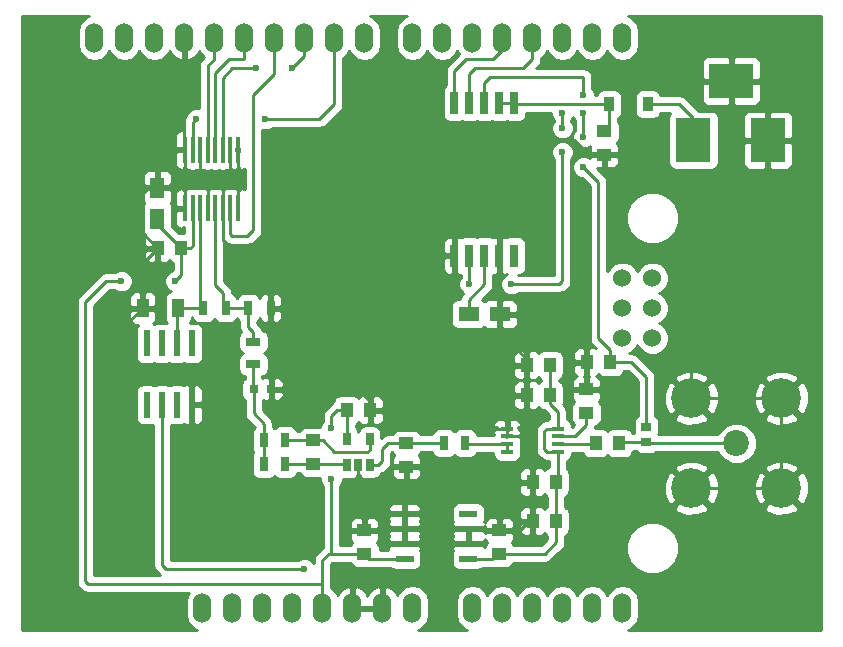
<source format=gbr>
G04 #@! TF.FileFunction,Copper,L1,Top,Signal*
%FSLAX46Y46*%
G04 Gerber Fmt 4.6, Leading zero omitted, Abs format (unit mm)*
G04 Created by KiCad (PCBNEW 4.80~20160915-) date Sat Nov  5 18:07:46 2016*
%MOMM*%
%LPD*%
G01*
G04 APERTURE LIST*
%ADD10C,0.100000*%
%ADD11C,1.524000*%
%ADD12O,1.524000X2.540000*%
%ADD13C,0.600000*%
%ADD14R,1.250000X1.000000*%
%ADD15R,0.419100X2.200000*%
%ADD16R,1.800000X1.230000*%
%ADD17R,1.000000X1.250000*%
%ADD18R,1.230000X1.800000*%
%ADD19R,3.000000X3.700000*%
%ADD20R,3.700000X3.000000*%
%ADD21R,0.910000X1.220000*%
%ADD22R,0.899160X0.698500*%
%ADD23C,2.190000*%
%ADD24C,3.360000*%
%ADD25R,0.797560X1.198880*%
%ADD26R,11.000000X7.600000*%
%ADD27R,0.730000X1.950000*%
%ADD28R,1.100000X0.400000*%
%ADD29R,0.599440X2.199640*%
%ADD30R,0.800000X0.750000*%
%ADD31R,1.000000X1.600000*%
%ADD32R,1.300000X0.700000*%
%ADD33R,0.700000X1.300000*%
%ADD34R,1.550000X0.600000*%
%ADD35R,0.650000X1.060000*%
%ADD36C,0.250000*%
%ADD37C,0.254000*%
G04 APERTURE END LIST*
D10*
D11*
X168910000Y-101346000D03*
X166370000Y-101346000D03*
X168910000Y-98806000D03*
X166370000Y-98806000D03*
X168910000Y-96266000D03*
X166370000Y-96266000D03*
D12*
X130810000Y-124206000D03*
X133350000Y-124206000D03*
X121666000Y-75946000D03*
X124206000Y-75946000D03*
X140970000Y-124206000D03*
X126746000Y-75946000D03*
X129286000Y-75946000D03*
X131826000Y-75946000D03*
X134366000Y-75946000D03*
X136906000Y-75946000D03*
X139446000Y-75946000D03*
X141986000Y-75946000D03*
X144526000Y-75946000D03*
X148590000Y-75946000D03*
X151130000Y-75946000D03*
X153670000Y-75946000D03*
X156210000Y-75946000D03*
X158750000Y-75946000D03*
X161290000Y-75946000D03*
X163830000Y-75946000D03*
X166370000Y-75946000D03*
X135890000Y-124206000D03*
X138430000Y-124206000D03*
X143510000Y-124206000D03*
X146050000Y-124206000D03*
X148590000Y-124206000D03*
X158750000Y-124206000D03*
X156210000Y-124206000D03*
X153670000Y-124206000D03*
X161290000Y-124206000D03*
X163830000Y-124206000D03*
X166370000Y-124206000D03*
D13*
X123698000Y-107442000D03*
X123190000Y-103632000D03*
X123190000Y-100584000D03*
X124460000Y-91694000D03*
X124460000Y-87884000D03*
X161798000Y-105664000D03*
X157226000Y-114554000D03*
X162306000Y-118364000D03*
X162814000Y-115062000D03*
X155194000Y-107442000D03*
X150876000Y-112014000D03*
X154686000Y-112014000D03*
X152908000Y-108458000D03*
X150114000Y-108458000D03*
X147066000Y-108458000D03*
X143256000Y-114046000D03*
X146304000Y-113538000D03*
X137922000Y-101092000D03*
X137668000Y-103886000D03*
X140208000Y-107950000D03*
X137414000Y-107950000D03*
X137160000Y-114046000D03*
X133858000Y-113538000D03*
X133350000Y-108204000D03*
X133096000Y-104648000D03*
X132842000Y-101346000D03*
X133858000Y-87884000D03*
X131826000Y-87884000D03*
X129540000Y-87884000D03*
X127762000Y-86360000D03*
X128016000Y-82296000D03*
X130048000Y-80010000D03*
X143256000Y-77978000D03*
X143256000Y-80264000D03*
X142494000Y-83312000D03*
X139700000Y-84074000D03*
X136652000Y-84074000D03*
X136398000Y-87122000D03*
X136398000Y-90170000D03*
X136398000Y-93218000D03*
X133096000Y-95250000D03*
X169926000Y-108966000D03*
X166116000Y-108458000D03*
X162814000Y-112014000D03*
X165608000Y-112268000D03*
X167386000Y-112014000D03*
X169418000Y-112014000D03*
D14*
X163322000Y-105680000D03*
X163322000Y-107680000D03*
D15*
X133794500Y-90360500D03*
X133794500Y-85407500D03*
X133159500Y-90360500D03*
X133159500Y-85407500D03*
X132524500Y-90360500D03*
X132524500Y-85407500D03*
X131889500Y-90360500D03*
X131889500Y-85407500D03*
X131254500Y-90360500D03*
X131254500Y-85407500D03*
X130619500Y-90360500D03*
X130619500Y-85407500D03*
X129984500Y-90360500D03*
X129984500Y-85407500D03*
X129349500Y-90360500D03*
X129349500Y-85407500D03*
D13*
X158496000Y-109982000D03*
X166878000Y-106426000D03*
X159460000Y-90982000D03*
X157860000Y-90982000D03*
X156260000Y-90982000D03*
X154660000Y-90982000D03*
X153060000Y-90982000D03*
X151460000Y-90982000D03*
X149860000Y-90982000D03*
X159460000Y-89382000D03*
X157860000Y-89382000D03*
X156260000Y-89382000D03*
X154660000Y-89382000D03*
X153060000Y-89382000D03*
X151460000Y-89382000D03*
X149860000Y-89382000D03*
X159460000Y-87782000D03*
X157860000Y-87782000D03*
X156260000Y-87782000D03*
X154660000Y-87782000D03*
X153060000Y-87782000D03*
X151460000Y-87782000D03*
X149860000Y-87782000D03*
X159460000Y-86182000D03*
X157860000Y-86182000D03*
X156260000Y-86182000D03*
X154660000Y-86182000D03*
X153060000Y-86182000D03*
X151460000Y-86182000D03*
X149860000Y-86182000D03*
X159460000Y-84582000D03*
X157860000Y-84582000D03*
X156260000Y-84582000D03*
X154660000Y-84582000D03*
X153060000Y-84582000D03*
X151460000Y-84582000D03*
D14*
X164846000Y-85836000D03*
X164846000Y-83836000D03*
D16*
X153376000Y-99314000D03*
X155996000Y-99314000D03*
D17*
X163338000Y-103378000D03*
X165338000Y-103378000D03*
X166100000Y-110236000D03*
X164100000Y-110236000D03*
X160258000Y-103632000D03*
X158258000Y-103632000D03*
X160258000Y-106172000D03*
X158258000Y-106172000D03*
X160766000Y-116840000D03*
X158766000Y-116840000D03*
X160766000Y-113538000D03*
X158766000Y-113538000D03*
X127016000Y-93726000D03*
X129016000Y-93726000D03*
D18*
X127000000Y-91226000D03*
X127000000Y-88606000D03*
D19*
X172382000Y-84582000D03*
D20*
X175582000Y-79582000D03*
D19*
X178682000Y-84582000D03*
D21*
X168513000Y-81534000D03*
X165243000Y-81534000D03*
D22*
X168402000Y-110121700D03*
X168402000Y-108826300D03*
D23*
X176022000Y-110236000D03*
D24*
X172212000Y-106426000D03*
X179832000Y-106426000D03*
X179832000Y-114046000D03*
X172212000Y-114046000D03*
D25*
X153045160Y-110236000D03*
X151246840Y-110236000D03*
X137805160Y-112014000D03*
X136006840Y-112014000D03*
X137805160Y-109982000D03*
X136006840Y-109982000D03*
D26*
X154686000Y-87884000D03*
D27*
X152146000Y-81409000D03*
X152146000Y-94359000D03*
X153416000Y-81409000D03*
X153416000Y-94359000D03*
X154686000Y-81409000D03*
X154686000Y-94359000D03*
X155956000Y-81409000D03*
X155956000Y-94359000D03*
X157226000Y-81409000D03*
X157226000Y-94359000D03*
D28*
X156600000Y-110957000D03*
X156600000Y-110307000D03*
X156600000Y-109657000D03*
X156600000Y-109007000D03*
X160900000Y-109007000D03*
X160900000Y-109657000D03*
X160900000Y-110307000D03*
X160900000Y-110957000D03*
D29*
X129921000Y-101795580D03*
X128651000Y-101795580D03*
X126111000Y-101795580D03*
X129921000Y-106992420D03*
X128651000Y-106992420D03*
X126111000Y-106992420D03*
X127381000Y-101795580D03*
X127381000Y-106992420D03*
D13*
X149860000Y-84582000D03*
D14*
X144526000Y-117618000D03*
X144526000Y-119618000D03*
X155956000Y-119618000D03*
X155956000Y-117618000D03*
X148082000Y-112252000D03*
X148082000Y-110252000D03*
D17*
X145018000Y-107442000D03*
X143018000Y-107442000D03*
D14*
X140208000Y-111998000D03*
X140208000Y-109998000D03*
D30*
X136640000Y-105664000D03*
X135140000Y-105664000D03*
D31*
X125754000Y-98806000D03*
X128754000Y-98806000D03*
D32*
X135128000Y-103566000D03*
X135128000Y-101666000D03*
D33*
X132776000Y-98806000D03*
X130876000Y-98806000D03*
X134686000Y-98806000D03*
X136586000Y-98806000D03*
D34*
X147922000Y-120015000D03*
X147922000Y-118745000D03*
X147922000Y-117475000D03*
X147922000Y-116205000D03*
X153322000Y-116205000D03*
X153322000Y-117475000D03*
X153322000Y-118745000D03*
X153322000Y-120015000D03*
D35*
X143068000Y-109898000D03*
X144968000Y-109898000D03*
X144968000Y-112098000D03*
X144018000Y-112098000D03*
X143068000Y-112098000D03*
D13*
X163068000Y-80772000D03*
X163068000Y-82296000D03*
X163068000Y-84328000D03*
X163068000Y-86868000D03*
X128524000Y-96520000D03*
X123952000Y-96520000D03*
X141732000Y-108966000D03*
X141732000Y-113284000D03*
X139446000Y-120904000D03*
X161290000Y-82296000D03*
X161290000Y-83566000D03*
X161290000Y-85598000D03*
X156972000Y-96774000D03*
X153416000Y-96774000D03*
X136144000Y-82804000D03*
X130302000Y-82804000D03*
X138430000Y-78486000D03*
X135382000Y-78486000D03*
D36*
X165243000Y-81534000D02*
X165243000Y-83439000D01*
X165243000Y-83439000D02*
X164846000Y-83836000D01*
X165243000Y-81534000D02*
X160782000Y-81534000D01*
X160782000Y-81534000D02*
X157351000Y-81534000D01*
X157351000Y-81534000D02*
X157226000Y-81409000D01*
X165227000Y-81550000D02*
X165243000Y-81534000D01*
X157367000Y-81550000D02*
X157226000Y-81409000D01*
X157226000Y-81409000D02*
X155956000Y-81409000D01*
X163338000Y-103378000D02*
X163338000Y-101108000D01*
X161544000Y-99314000D02*
X155996000Y-99314000D01*
X163338000Y-101108000D02*
X161544000Y-99314000D01*
X163338000Y-103378000D02*
X163338000Y-105664000D01*
X163338000Y-105664000D02*
X163322000Y-105680000D01*
X129921000Y-106992420D02*
X129921000Y-105537000D01*
X124206000Y-100354000D02*
X125754000Y-98806000D01*
X124206000Y-103632000D02*
X124206000Y-100354000D01*
X124714000Y-104140000D02*
X124206000Y-103632000D01*
X128524000Y-104140000D02*
X124714000Y-104140000D01*
X129921000Y-105537000D02*
X128524000Y-104140000D01*
X166878000Y-106204000D02*
X166878000Y-106426000D01*
X155996000Y-99314000D02*
X155996000Y-100878000D01*
X155996000Y-100878000D02*
X158258000Y-103140000D01*
X158258000Y-103140000D02*
X158258000Y-103632000D01*
X164846000Y-85836000D02*
X163560000Y-85836000D01*
X162306000Y-84582000D02*
X159460000Y-84582000D01*
X163560000Y-85836000D02*
X162306000Y-84582000D01*
X155956000Y-94359000D02*
X155956000Y-99274000D01*
X155956000Y-99274000D02*
X155996000Y-99314000D01*
X145018000Y-107442000D02*
X153416000Y-107442000D01*
X154981000Y-109007000D02*
X156600000Y-109007000D01*
X153416000Y-107442000D02*
X154981000Y-109007000D01*
X144018000Y-112098000D02*
X144018000Y-114046000D01*
X144526000Y-114554000D02*
X144526000Y-117618000D01*
X144018000Y-114046000D02*
X144526000Y-114554000D01*
X136640000Y-105664000D02*
X144018000Y-105664000D01*
X145018000Y-106664000D02*
X145018000Y-107442000D01*
X144018000Y-105664000D02*
X145018000Y-106664000D01*
X136586000Y-98806000D02*
X136586000Y-105610000D01*
X136586000Y-105610000D02*
X136640000Y-105664000D01*
X127000000Y-88606000D02*
X126278000Y-88606000D01*
X125730000Y-92440000D02*
X127016000Y-93726000D01*
X125730000Y-89154000D02*
X125730000Y-92440000D01*
X126278000Y-88606000D02*
X125730000Y-89154000D01*
X132524500Y-90360500D02*
X132524500Y-93154500D01*
X136586000Y-94930000D02*
X136586000Y-98806000D01*
X135890000Y-94234000D02*
X136586000Y-94930000D01*
X133604000Y-94234000D02*
X135890000Y-94234000D01*
X132524500Y-93154500D02*
X133604000Y-94234000D01*
X125754000Y-98806000D02*
X125754000Y-94988000D01*
X125754000Y-94988000D02*
X127016000Y-93726000D01*
X129794000Y-87630000D02*
X128778000Y-87630000D01*
X127802000Y-88606000D02*
X127000000Y-88606000D01*
X128778000Y-87630000D02*
X127802000Y-88606000D01*
X129349500Y-87630000D02*
X129794000Y-87630000D01*
X129794000Y-87630000D02*
X130810000Y-87630000D01*
X133350000Y-87630000D02*
X133794500Y-87630000D01*
X130810000Y-87630000D02*
X133350000Y-87630000D01*
X133794500Y-87630000D02*
X133858000Y-87630000D01*
X133858000Y-87630000D02*
X133794500Y-87630000D01*
X133794500Y-85407500D02*
X133794500Y-87630000D01*
X133794500Y-87630000D02*
X133794500Y-90360500D01*
X133159500Y-85407500D02*
X133159500Y-87820500D01*
X132524500Y-88455500D02*
X132524500Y-90360500D01*
X133159500Y-87820500D02*
X132524500Y-88455500D01*
X130619500Y-85407500D02*
X130619500Y-87693500D01*
X131254500Y-88328500D02*
X131254500Y-90360500D01*
X130619500Y-87693500D02*
X131254500Y-88328500D01*
X129349500Y-85407500D02*
X129349500Y-87630000D01*
X129349500Y-87630000D02*
X129349500Y-90360500D01*
X129286000Y-75946000D02*
X129286000Y-85344000D01*
X129286000Y-85344000D02*
X129349500Y-85407500D01*
X147922000Y-118745000D02*
X149479000Y-118745000D01*
X146050000Y-122428000D02*
X146050000Y-124206000D01*
X146304000Y-122174000D02*
X146050000Y-122428000D01*
X148844000Y-122174000D02*
X146304000Y-122174000D01*
X149860000Y-121158000D02*
X148844000Y-122174000D01*
X149860000Y-119126000D02*
X149860000Y-121158000D01*
X149479000Y-118745000D02*
X149860000Y-119126000D01*
X147922000Y-118745000D02*
X147922000Y-117475000D01*
X147922000Y-116205000D02*
X147922000Y-117475000D01*
X148082000Y-112252000D02*
X148082000Y-116045000D01*
X148082000Y-116045000D02*
X147922000Y-116205000D01*
X147922000Y-117475000D02*
X144669000Y-117475000D01*
X144669000Y-117475000D02*
X144526000Y-117618000D01*
X153322000Y-117475000D02*
X147922000Y-117475000D01*
X153322000Y-117475000D02*
X153322000Y-118745000D01*
X155956000Y-117618000D02*
X153465000Y-117618000D01*
X153465000Y-117618000D02*
X153322000Y-117475000D01*
X158766000Y-116840000D02*
X158496000Y-116840000D01*
X158496000Y-116840000D02*
X157718000Y-117618000D01*
X157718000Y-117618000D02*
X155956000Y-117618000D01*
X154686000Y-87884000D02*
X154660000Y-87782000D01*
X172074840Y-114183160D02*
X172212000Y-114046000D01*
X156600000Y-109007000D02*
X156600000Y-107814000D01*
X156600000Y-107814000D02*
X156718000Y-107696000D01*
X156718000Y-107696000D02*
X157734000Y-107696000D01*
X157734000Y-107696000D02*
X158258000Y-107172000D01*
X158258000Y-107172000D02*
X158258000Y-106172000D01*
X156529000Y-109728000D02*
X156600000Y-109657000D01*
X172212000Y-106426000D02*
X172212000Y-88138000D01*
X154686000Y-86868000D02*
X154686000Y-87884000D01*
X175582000Y-79582000D02*
X177974000Y-79582000D01*
X178562000Y-80170000D02*
X178562000Y-84462000D01*
X177974000Y-79582000D02*
X178562000Y-80170000D01*
X178562000Y-84462000D02*
X178682000Y-84582000D01*
X172212000Y-88138000D02*
X177292000Y-88138000D01*
X178682000Y-86748000D02*
X178682000Y-84582000D01*
X177292000Y-88138000D02*
X178682000Y-86748000D01*
X158766000Y-116840000D02*
X158766000Y-117332000D01*
X143550000Y-124166000D02*
X143510000Y-124206000D01*
X156600000Y-109657000D02*
X158425000Y-109657000D01*
X158425000Y-109657000D02*
X158766000Y-109998000D01*
X158766000Y-109998000D02*
X158766000Y-113538000D01*
X154686000Y-87884000D02*
X154686000Y-91186000D01*
X154686000Y-91186000D02*
X155956000Y-92456000D01*
X155956000Y-92456000D02*
X155956000Y-94359000D01*
X154686000Y-87884000D02*
X154686000Y-89662000D01*
X154686000Y-89662000D02*
X152146000Y-92202000D01*
X152146000Y-92202000D02*
X152146000Y-94359000D01*
X143510000Y-124206000D02*
X146050000Y-124206000D01*
X158766000Y-113538000D02*
X158766000Y-116840000D01*
X158258000Y-103632000D02*
X158258000Y-106172000D01*
X158258000Y-106172000D02*
X157988000Y-106172000D01*
X172212000Y-114046000D02*
X179832000Y-114046000D01*
X179832000Y-106426000D02*
X179832000Y-114046000D01*
X172212000Y-106426000D02*
X179832000Y-106426000D01*
X156600000Y-109007000D02*
X156600000Y-109657000D01*
X156464000Y-87122000D02*
X153924000Y-89662000D01*
X152654000Y-88392000D02*
X153924000Y-89662000D01*
X154686000Y-94359000D02*
X154686000Y-96774000D01*
X153376000Y-98084000D02*
X153376000Y-99314000D01*
X154686000Y-96774000D02*
X153376000Y-98084000D01*
X165338000Y-103378000D02*
X165338000Y-102346000D01*
X154686000Y-79756000D02*
X154686000Y-81409000D01*
X155194000Y-79248000D02*
X154686000Y-79756000D01*
X163068000Y-79248000D02*
X155194000Y-79248000D01*
X163068000Y-80772000D02*
X163068000Y-79248000D01*
X163068000Y-84328000D02*
X163068000Y-82296000D01*
X164338000Y-88138000D02*
X163068000Y-86868000D01*
X164338000Y-101346000D02*
X164338000Y-88138000D01*
X165338000Y-102346000D02*
X164338000Y-101346000D01*
X165338000Y-103378000D02*
X167132000Y-103378000D01*
X168402000Y-104648000D02*
X168402000Y-108826300D01*
X167132000Y-103378000D02*
X168402000Y-104648000D01*
X160900000Y-110307000D02*
X164029000Y-110307000D01*
X164029000Y-110307000D02*
X164100000Y-110236000D01*
X168402000Y-110121700D02*
X166214300Y-110121700D01*
X166214300Y-110121700D02*
X166100000Y-110236000D01*
X176022000Y-110236000D02*
X168516300Y-110236000D01*
X168516300Y-110236000D02*
X168402000Y-110121700D01*
X160900000Y-109657000D02*
X162377000Y-109657000D01*
X163322000Y-108712000D02*
X163322000Y-107680000D01*
X162377000Y-109657000D02*
X163322000Y-108712000D01*
X140970000Y-124206000D02*
X140970000Y-122174000D01*
X129032000Y-96012000D02*
X129032000Y-93742000D01*
X128524000Y-96520000D02*
X129032000Y-96012000D01*
X122682000Y-96520000D02*
X123952000Y-96520000D01*
X120904000Y-98298000D02*
X122682000Y-96520000D01*
X120904000Y-121920000D02*
X120904000Y-98298000D01*
X121158000Y-122174000D02*
X120904000Y-121920000D01*
X140970000Y-122174000D02*
X121158000Y-122174000D01*
X129032000Y-93742000D02*
X129016000Y-93726000D01*
X141732000Y-119618000D02*
X141732000Y-113284000D01*
X142240000Y-107442000D02*
X143018000Y-107442000D01*
X141732000Y-107950000D02*
X142240000Y-107442000D01*
X141732000Y-108966000D02*
X141732000Y-107950000D01*
X143018000Y-107442000D02*
X143018000Y-109848000D01*
X143018000Y-109848000D02*
X143068000Y-109898000D01*
X129016000Y-93726000D02*
X129794000Y-93726000D01*
X129984500Y-93535500D02*
X129984500Y-90360500D01*
X129794000Y-93726000D02*
X129984500Y-93535500D01*
X127000000Y-91226000D02*
X127000000Y-91710000D01*
X127000000Y-91710000D02*
X129016000Y-93726000D01*
X144526000Y-119618000D02*
X141732000Y-119618000D01*
X141732000Y-119618000D02*
X141494000Y-119618000D01*
X140970000Y-120142000D02*
X140970000Y-124206000D01*
X141494000Y-119618000D02*
X140970000Y-120142000D01*
X147922000Y-120015000D02*
X144923000Y-120015000D01*
X144923000Y-120015000D02*
X144526000Y-119618000D01*
X140930000Y-124166000D02*
X140970000Y-124206000D01*
X140930000Y-124166000D02*
X140970000Y-124206000D01*
X142868000Y-109998000D02*
X142918000Y-110048000D01*
X168513000Y-81534000D02*
X171196000Y-81534000D01*
X172382000Y-82720000D02*
X172382000Y-84582000D01*
X171196000Y-81534000D02*
X172382000Y-82720000D01*
X127381000Y-106992420D02*
X127381000Y-120523000D01*
X127762000Y-120904000D02*
X139446000Y-120904000D01*
X127381000Y-120523000D02*
X127762000Y-120904000D01*
X153416000Y-94359000D02*
X153416000Y-96774000D01*
X161290000Y-83566000D02*
X161290000Y-82296000D01*
X161290000Y-96520000D02*
X161290000Y-85598000D01*
X161036000Y-96774000D02*
X161290000Y-96520000D01*
X156972000Y-96774000D02*
X161036000Y-96774000D01*
X153416000Y-95250000D02*
X153416000Y-94359000D01*
X158750000Y-75946000D02*
X158750000Y-77724000D01*
X153416000Y-78994000D02*
X153416000Y-81409000D01*
X153924000Y-78486000D02*
X153416000Y-78994000D01*
X157988000Y-78486000D02*
X153924000Y-78486000D01*
X158750000Y-77724000D02*
X157988000Y-78486000D01*
X156210000Y-75946000D02*
X156210000Y-76962000D01*
X156210000Y-76962000D02*
X155448000Y-77724000D01*
X152146000Y-78740000D02*
X152146000Y-81409000D01*
X153162000Y-77724000D02*
X152146000Y-78740000D01*
X155448000Y-77724000D02*
X153162000Y-77724000D01*
X156210000Y-75946000D02*
X156210000Y-76454000D01*
X129984500Y-85407500D02*
X129984500Y-83121500D01*
X141986000Y-81534000D02*
X141986000Y-75946000D01*
X140716000Y-82804000D02*
X141986000Y-81534000D01*
X136144000Y-82804000D02*
X140716000Y-82804000D01*
X129984500Y-83121500D02*
X130302000Y-82804000D01*
X132524500Y-85407500D02*
X132524500Y-79311500D01*
X139446000Y-77470000D02*
X139446000Y-75946000D01*
X138430000Y-78486000D02*
X139446000Y-77470000D01*
X133350000Y-78486000D02*
X135382000Y-78486000D01*
X132524500Y-79311500D02*
X133350000Y-78486000D01*
X133159500Y-90360500D02*
X133159500Y-92519500D01*
X136906000Y-78994000D02*
X136906000Y-75946000D01*
X135128000Y-80772000D02*
X136906000Y-78994000D01*
X135128000Y-92202000D02*
X135128000Y-80772000D01*
X134620000Y-92710000D02*
X135128000Y-92202000D01*
X133350000Y-92710000D02*
X134620000Y-92710000D01*
X133159500Y-92519500D02*
X133350000Y-92710000D01*
X131889500Y-85407500D02*
X131889500Y-78930500D01*
X134366000Y-77724000D02*
X134366000Y-75946000D01*
X133096000Y-77724000D02*
X134366000Y-77724000D01*
X131889500Y-78930500D02*
X133096000Y-77724000D01*
X131254500Y-85407500D02*
X131254500Y-78295500D01*
X131826000Y-77724000D02*
X131826000Y-75946000D01*
X131254500Y-78295500D02*
X131826000Y-77724000D01*
X155956000Y-119618000D02*
X155718000Y-119618000D01*
X155718000Y-119618000D02*
X155321000Y-120015000D01*
X155321000Y-120015000D02*
X153322000Y-120015000D01*
X160766000Y-116840000D02*
X160766000Y-118634000D01*
X159782000Y-119618000D02*
X155956000Y-119618000D01*
X160766000Y-118634000D02*
X159782000Y-119618000D01*
X160782000Y-116856000D02*
X160766000Y-116840000D01*
X160900000Y-109007000D02*
X159979000Y-109007000D01*
X159979000Y-110957000D02*
X160900000Y-110957000D01*
X159766000Y-110744000D02*
X159979000Y-110957000D01*
X159766000Y-109220000D02*
X159766000Y-110744000D01*
X159979000Y-109007000D02*
X159766000Y-109220000D01*
X160258000Y-103632000D02*
X160258000Y-106172000D01*
X160258000Y-106172000D02*
X160258000Y-106918000D01*
X160900000Y-107560000D02*
X160900000Y-109007000D01*
X160258000Y-106918000D02*
X160900000Y-107560000D01*
X160900000Y-110957000D02*
X160900000Y-113404000D01*
X160900000Y-113404000D02*
X160766000Y-113538000D01*
X160766000Y-113538000D02*
X160766000Y-116840000D01*
X148082000Y-110252000D02*
X146542000Y-110252000D01*
X145712000Y-112098000D02*
X144968000Y-112098000D01*
X146050000Y-111760000D02*
X145712000Y-112098000D01*
X146050000Y-110744000D02*
X146050000Y-111760000D01*
X146542000Y-110252000D02*
X146050000Y-110744000D01*
X151246840Y-110236000D02*
X148098000Y-110236000D01*
X148098000Y-110236000D02*
X148082000Y-110252000D01*
X140208000Y-111998000D02*
X142968000Y-111998000D01*
X142968000Y-111998000D02*
X143068000Y-112098000D01*
X140208000Y-111998000D02*
X137821160Y-111998000D01*
X137821160Y-111998000D02*
X137805160Y-112014000D01*
X140700000Y-112014000D02*
X140716000Y-111998000D01*
X142968000Y-111998000D02*
X143068000Y-112098000D01*
X140208000Y-109998000D02*
X140986000Y-109998000D01*
X144968000Y-110810000D02*
X144968000Y-109898000D01*
X144780000Y-110998000D02*
X144968000Y-110810000D01*
X141986000Y-110998000D02*
X144780000Y-110998000D01*
X140986000Y-109998000D02*
X141986000Y-110998000D01*
X140208000Y-109998000D02*
X137821160Y-109998000D01*
X137821160Y-109998000D02*
X137805160Y-109982000D01*
X136006840Y-109982000D02*
X136006840Y-108574840D01*
X135140000Y-107708000D02*
X135140000Y-105664000D01*
X136006840Y-108574840D02*
X135140000Y-107708000D01*
X136006840Y-109982000D02*
X136006840Y-112014000D01*
X135128000Y-103566000D02*
X135128000Y-105652000D01*
X135128000Y-105652000D02*
X135140000Y-105664000D01*
X130619500Y-90360500D02*
X130619500Y-98549500D01*
X130619500Y-98549500D02*
X130876000Y-98806000D01*
X128754000Y-98806000D02*
X130876000Y-98806000D01*
X128651000Y-101795580D02*
X128651000Y-98909000D01*
X128651000Y-98909000D02*
X128754000Y-98806000D01*
X156600000Y-110307000D02*
X153116160Y-110307000D01*
X153116160Y-110307000D02*
X153045160Y-110236000D01*
X156600000Y-110307000D02*
X156600000Y-110957000D01*
X134686000Y-98806000D02*
X134686000Y-100396000D01*
X135128000Y-100838000D02*
X135128000Y-101666000D01*
X134686000Y-100396000D02*
X135128000Y-100838000D01*
X131889500Y-90360500D02*
X131889500Y-96837500D01*
X132588000Y-97536000D02*
X132588000Y-98618000D01*
X131889500Y-96837500D02*
X132588000Y-97536000D01*
X132588000Y-98618000D02*
X132776000Y-98806000D01*
X134686000Y-98806000D02*
X132776000Y-98806000D01*
X153670000Y-76454000D02*
X153670000Y-75946000D01*
X153670000Y-75946000D02*
X153670000Y-76200000D01*
D37*
G36*
X121131391Y-74110019D02*
X120678172Y-74412851D01*
X120375340Y-74866070D01*
X120269000Y-75400679D01*
X120269000Y-76491321D01*
X120375340Y-77025930D01*
X120678172Y-77479149D01*
X121131391Y-77781981D01*
X121666000Y-77888321D01*
X122200609Y-77781981D01*
X122653828Y-77479149D01*
X122936000Y-77056850D01*
X123218172Y-77479149D01*
X123671391Y-77781981D01*
X124206000Y-77888321D01*
X124740609Y-77781981D01*
X125193828Y-77479149D01*
X125476000Y-77056850D01*
X125758172Y-77479149D01*
X126211391Y-77781981D01*
X126746000Y-77888321D01*
X127280609Y-77781981D01*
X127733828Y-77479149D01*
X128025330Y-77042887D01*
X128043941Y-77105941D01*
X128387974Y-77531630D01*
X128868723Y-77793260D01*
X128942930Y-77808220D01*
X129159000Y-77685720D01*
X129159000Y-76073000D01*
X129139000Y-76073000D01*
X129139000Y-75819000D01*
X129159000Y-75819000D01*
X129159000Y-75799000D01*
X129413000Y-75799000D01*
X129413000Y-75819000D01*
X129433000Y-75819000D01*
X129433000Y-76073000D01*
X129413000Y-76073000D01*
X129413000Y-77685720D01*
X129629070Y-77808220D01*
X129703277Y-77793260D01*
X130184026Y-77531630D01*
X130528059Y-77105941D01*
X130546670Y-77042887D01*
X130838172Y-77479149D01*
X130932812Y-77542386D01*
X130717099Y-77758099D01*
X130552352Y-78004661D01*
X130494500Y-78295500D01*
X130494500Y-81871529D01*
X130488799Y-81869162D01*
X130116833Y-81868838D01*
X129773057Y-82010883D01*
X129509808Y-82273673D01*
X129367162Y-82617201D01*
X129367087Y-82703846D01*
X129282352Y-82830661D01*
X129224500Y-83121500D01*
X129224500Y-83672500D01*
X129222498Y-83672500D01*
X129222498Y-83809023D01*
X129085975Y-83672500D01*
X129013641Y-83672500D01*
X128780252Y-83769173D01*
X128601623Y-83947801D01*
X128504950Y-84181190D01*
X128504950Y-85121750D01*
X128663700Y-85280500D01*
X129127510Y-85280500D01*
X129127510Y-85534500D01*
X128663700Y-85534500D01*
X128504950Y-85693250D01*
X128504950Y-86633810D01*
X128601623Y-86867199D01*
X128780252Y-87045827D01*
X129013641Y-87142500D01*
X129085975Y-87142500D01*
X129244725Y-86983750D01*
X129244725Y-86856932D01*
X129317141Y-86965309D01*
X129527185Y-87105657D01*
X129588348Y-87117823D01*
X129613025Y-87142500D01*
X129685359Y-87142500D01*
X129694135Y-87138865D01*
X129774950Y-87154940D01*
X130194050Y-87154940D01*
X130274865Y-87138865D01*
X130283641Y-87142500D01*
X130355975Y-87142500D01*
X130380652Y-87117823D01*
X130441815Y-87105657D01*
X130619500Y-86986931D01*
X130797185Y-87105657D01*
X130858348Y-87117823D01*
X130883025Y-87142500D01*
X130955359Y-87142500D01*
X130964135Y-87138865D01*
X131044950Y-87154940D01*
X131464050Y-87154940D01*
X131572000Y-87133468D01*
X131679950Y-87154940D01*
X132099050Y-87154940D01*
X132207000Y-87133468D01*
X132314950Y-87154940D01*
X132734050Y-87154940D01*
X132814865Y-87138865D01*
X132823641Y-87142500D01*
X132895975Y-87142500D01*
X132920652Y-87117823D01*
X132981815Y-87105657D01*
X133163610Y-86984185D01*
X133225252Y-87045827D01*
X133397841Y-87117316D01*
X133423025Y-87142500D01*
X133530975Y-87142500D01*
X133556159Y-87117316D01*
X133728748Y-87045827D01*
X133899275Y-86875301D01*
X133899275Y-86983750D01*
X134058025Y-87142500D01*
X134130359Y-87142500D01*
X134363748Y-87045827D01*
X134368000Y-87041575D01*
X134368000Y-88726425D01*
X134363748Y-88722173D01*
X134130359Y-88625500D01*
X134058025Y-88625500D01*
X133899275Y-88784250D01*
X133899275Y-88911068D01*
X133826859Y-88802691D01*
X133616815Y-88662343D01*
X133555652Y-88650177D01*
X133530975Y-88625500D01*
X133458641Y-88625500D01*
X133449865Y-88629135D01*
X133369050Y-88613060D01*
X132949950Y-88613060D01*
X132869135Y-88629135D01*
X132860359Y-88625500D01*
X132788025Y-88625500D01*
X132763348Y-88650177D01*
X132702185Y-88662343D01*
X132524500Y-88781069D01*
X132346815Y-88662343D01*
X132285652Y-88650177D01*
X132260975Y-88625500D01*
X132188641Y-88625500D01*
X132179865Y-88629135D01*
X132099050Y-88613060D01*
X131679950Y-88613060D01*
X131599135Y-88629135D01*
X131590359Y-88625500D01*
X131518025Y-88625500D01*
X131493348Y-88650177D01*
X131432185Y-88662343D01*
X131254500Y-88781069D01*
X131076815Y-88662343D01*
X131015652Y-88650177D01*
X130990975Y-88625500D01*
X130918641Y-88625500D01*
X130909865Y-88629135D01*
X130829050Y-88613060D01*
X130409950Y-88613060D01*
X130302000Y-88634532D01*
X130194050Y-88613060D01*
X129774950Y-88613060D01*
X129694135Y-88629135D01*
X129685359Y-88625500D01*
X129613025Y-88625500D01*
X129588348Y-88650177D01*
X129527185Y-88662343D01*
X129317141Y-88802691D01*
X129244725Y-88911068D01*
X129244725Y-88784250D01*
X129085975Y-88625500D01*
X129013641Y-88625500D01*
X128780252Y-88722173D01*
X128601623Y-88900801D01*
X128504950Y-89134190D01*
X128504950Y-90074750D01*
X128663700Y-90233500D01*
X129127510Y-90233500D01*
X129127510Y-90487500D01*
X128663700Y-90487500D01*
X128504950Y-90646250D01*
X128504950Y-91586810D01*
X128601623Y-91820199D01*
X128780252Y-91998827D01*
X129013641Y-92095500D01*
X129085975Y-92095500D01*
X129222498Y-91958977D01*
X129222498Y-92095500D01*
X129224500Y-92095500D01*
X129224500Y-92453560D01*
X128818362Y-92453560D01*
X128262440Y-91897638D01*
X128262440Y-90326000D01*
X128213157Y-90078235D01*
X128104062Y-89914964D01*
X128153327Y-89865698D01*
X128250000Y-89632309D01*
X128250000Y-88891750D01*
X128091250Y-88733000D01*
X127127000Y-88733000D01*
X127127000Y-88753000D01*
X126873000Y-88753000D01*
X126873000Y-88733000D01*
X125908750Y-88733000D01*
X125750000Y-88891750D01*
X125750000Y-89632309D01*
X125846673Y-89865698D01*
X125895938Y-89914964D01*
X125786843Y-90078235D01*
X125737560Y-90326000D01*
X125737560Y-92126000D01*
X125786843Y-92373765D01*
X125927191Y-92583809D01*
X126051862Y-92667112D01*
X125977673Y-92741301D01*
X125881000Y-92974690D01*
X125881000Y-93440250D01*
X126039750Y-93599000D01*
X126889000Y-93599000D01*
X126889000Y-93579000D01*
X127143000Y-93579000D01*
X127143000Y-93599000D01*
X127163000Y-93599000D01*
X127163000Y-93853000D01*
X127143000Y-93853000D01*
X127143000Y-94827250D01*
X127301750Y-94986000D01*
X127642309Y-94986000D01*
X127875698Y-94889327D01*
X128017346Y-94747680D01*
X128058191Y-94808809D01*
X128268235Y-94949157D01*
X128272000Y-94949906D01*
X128272000Y-95612453D01*
X127995057Y-95726883D01*
X127731808Y-95989673D01*
X127589162Y-96333201D01*
X127588838Y-96705167D01*
X127730883Y-97048943D01*
X127993673Y-97312192D01*
X128153487Y-97378553D01*
X128006235Y-97407843D01*
X127796191Y-97548191D01*
X127655843Y-97758235D01*
X127606560Y-98006000D01*
X127606560Y-99606000D01*
X127655843Y-99853765D01*
X127796191Y-100063809D01*
X127812129Y-100074459D01*
X127680720Y-100048320D01*
X127081280Y-100048320D01*
X126833515Y-100097603D01*
X126746000Y-100156079D01*
X126659646Y-100098379D01*
X126792327Y-99965699D01*
X126889000Y-99732310D01*
X126889000Y-99091750D01*
X126730250Y-98933000D01*
X125881000Y-98933000D01*
X125881000Y-98953000D01*
X125627000Y-98953000D01*
X125627000Y-98933000D01*
X124777750Y-98933000D01*
X124619000Y-99091750D01*
X124619000Y-99732310D01*
X124715673Y-99965699D01*
X124894302Y-100144327D01*
X125127691Y-100241000D01*
X125351434Y-100241000D01*
X125213123Y-100447995D01*
X125163840Y-100695760D01*
X125163840Y-102895400D01*
X125213123Y-103143165D01*
X125353471Y-103353209D01*
X125563515Y-103493557D01*
X125811280Y-103542840D01*
X126410720Y-103542840D01*
X126658485Y-103493557D01*
X126746000Y-103435081D01*
X126833515Y-103493557D01*
X127081280Y-103542840D01*
X127680720Y-103542840D01*
X127928485Y-103493557D01*
X128016000Y-103435081D01*
X128103515Y-103493557D01*
X128351280Y-103542840D01*
X128950720Y-103542840D01*
X129198485Y-103493557D01*
X129286000Y-103435081D01*
X129373515Y-103493557D01*
X129621280Y-103542840D01*
X130220720Y-103542840D01*
X130468485Y-103493557D01*
X130678529Y-103353209D01*
X130818877Y-103143165D01*
X130868160Y-102895400D01*
X130868160Y-100695760D01*
X130818877Y-100447995D01*
X130678529Y-100237951D01*
X130468485Y-100097603D01*
X130220720Y-100048320D01*
X129722158Y-100048320D01*
X129852157Y-99853765D01*
X129901440Y-99606000D01*
X129901440Y-99571027D01*
X129927843Y-99703765D01*
X130068191Y-99913809D01*
X130278235Y-100054157D01*
X130526000Y-100103440D01*
X131226000Y-100103440D01*
X131473765Y-100054157D01*
X131683809Y-99913809D01*
X131824157Y-99703765D01*
X131826000Y-99694500D01*
X131827843Y-99703765D01*
X131968191Y-99913809D01*
X132178235Y-100054157D01*
X132426000Y-100103440D01*
X133126000Y-100103440D01*
X133373765Y-100054157D01*
X133583809Y-99913809D01*
X133724157Y-99703765D01*
X133731000Y-99669363D01*
X133737843Y-99703765D01*
X133878191Y-99913809D01*
X133926000Y-99945754D01*
X133926000Y-100396000D01*
X133983852Y-100686839D01*
X134074222Y-100822088D01*
X134020191Y-100858191D01*
X133879843Y-101068235D01*
X133830560Y-101316000D01*
X133830560Y-102016000D01*
X133879843Y-102263765D01*
X134020191Y-102473809D01*
X134230235Y-102614157D01*
X134239500Y-102616000D01*
X134230235Y-102617843D01*
X134020191Y-102758191D01*
X133879843Y-102968235D01*
X133830560Y-103216000D01*
X133830560Y-103916000D01*
X133879843Y-104163765D01*
X134020191Y-104373809D01*
X134230235Y-104514157D01*
X134368000Y-104541560D01*
X134368000Y-104773855D01*
X134282191Y-104831191D01*
X134141843Y-105041235D01*
X134092560Y-105289000D01*
X134092560Y-106039000D01*
X134141843Y-106286765D01*
X134282191Y-106496809D01*
X134380000Y-106562163D01*
X134380000Y-107708000D01*
X134437852Y-107998839D01*
X134602599Y-108245401D01*
X135229198Y-108872000D01*
X135150251Y-108924751D01*
X135009903Y-109134795D01*
X134960620Y-109382560D01*
X134960620Y-110581440D01*
X135009903Y-110829205D01*
X135122689Y-110998000D01*
X135009903Y-111166795D01*
X134960620Y-111414560D01*
X134960620Y-112613440D01*
X135009903Y-112861205D01*
X135150251Y-113071249D01*
X135360295Y-113211597D01*
X135608060Y-113260880D01*
X136405620Y-113260880D01*
X136653385Y-113211597D01*
X136863429Y-113071249D01*
X136906000Y-113007537D01*
X136948571Y-113071249D01*
X137158615Y-113211597D01*
X137406380Y-113260880D01*
X138203940Y-113260880D01*
X138451705Y-113211597D01*
X138661749Y-113071249D01*
X138802097Y-112861205D01*
X138822626Y-112758000D01*
X138993018Y-112758000D01*
X139125191Y-112955809D01*
X139335235Y-113096157D01*
X139583000Y-113145440D01*
X140797120Y-113145440D01*
X140796838Y-113469167D01*
X140938883Y-113812943D01*
X140972000Y-113846118D01*
X140972000Y-119070308D01*
X140956599Y-119080599D01*
X140432599Y-119604599D01*
X140267852Y-119851161D01*
X140210000Y-120142000D01*
X140210000Y-120345889D01*
X139976327Y-120111808D01*
X139632799Y-119969162D01*
X139260833Y-119968838D01*
X138917057Y-120110883D01*
X138883882Y-120144000D01*
X128141000Y-120144000D01*
X128141000Y-108697853D01*
X128351280Y-108739680D01*
X128950720Y-108739680D01*
X129198485Y-108690397D01*
X129277907Y-108637329D01*
X129494971Y-108727240D01*
X129635250Y-108727240D01*
X129794000Y-108568490D01*
X129794000Y-107119420D01*
X130048000Y-107119420D01*
X130048000Y-108568490D01*
X130206750Y-108727240D01*
X130347029Y-108727240D01*
X130580418Y-108630567D01*
X130759047Y-108451939D01*
X130855720Y-108218550D01*
X130855720Y-107278170D01*
X130696970Y-107119420D01*
X130048000Y-107119420D01*
X129794000Y-107119420D01*
X129774000Y-107119420D01*
X129774000Y-106865420D01*
X129794000Y-106865420D01*
X129794000Y-105416350D01*
X130048000Y-105416350D01*
X130048000Y-106865420D01*
X130696970Y-106865420D01*
X130855720Y-106706670D01*
X130855720Y-105766290D01*
X130759047Y-105532901D01*
X130580418Y-105354273D01*
X130347029Y-105257600D01*
X130206750Y-105257600D01*
X130048000Y-105416350D01*
X129794000Y-105416350D01*
X129635250Y-105257600D01*
X129494971Y-105257600D01*
X129277907Y-105347511D01*
X129198485Y-105294443D01*
X128950720Y-105245160D01*
X128351280Y-105245160D01*
X128103515Y-105294443D01*
X128016000Y-105352919D01*
X127928485Y-105294443D01*
X127680720Y-105245160D01*
X127081280Y-105245160D01*
X126833515Y-105294443D01*
X126746000Y-105352919D01*
X126658485Y-105294443D01*
X126410720Y-105245160D01*
X125811280Y-105245160D01*
X125563515Y-105294443D01*
X125353471Y-105434791D01*
X125213123Y-105644835D01*
X125163840Y-105892600D01*
X125163840Y-108092240D01*
X125213123Y-108340005D01*
X125353471Y-108550049D01*
X125563515Y-108690397D01*
X125811280Y-108739680D01*
X126410720Y-108739680D01*
X126621000Y-108697853D01*
X126621000Y-120523000D01*
X126678852Y-120813839D01*
X126843599Y-121060401D01*
X127197198Y-121414000D01*
X121664000Y-121414000D01*
X121664000Y-98612802D01*
X122397112Y-97879690D01*
X124619000Y-97879690D01*
X124619000Y-98520250D01*
X124777750Y-98679000D01*
X125627000Y-98679000D01*
X125627000Y-97529750D01*
X125881000Y-97529750D01*
X125881000Y-98679000D01*
X126730250Y-98679000D01*
X126889000Y-98520250D01*
X126889000Y-97879690D01*
X126792327Y-97646301D01*
X126613698Y-97467673D01*
X126380309Y-97371000D01*
X126039750Y-97371000D01*
X125881000Y-97529750D01*
X125627000Y-97529750D01*
X125468250Y-97371000D01*
X125127691Y-97371000D01*
X124894302Y-97467673D01*
X124715673Y-97646301D01*
X124619000Y-97879690D01*
X122397112Y-97879690D01*
X122996802Y-97280000D01*
X123389537Y-97280000D01*
X123421673Y-97312192D01*
X123765201Y-97454838D01*
X124137167Y-97455162D01*
X124480943Y-97313117D01*
X124744192Y-97050327D01*
X124886838Y-96706799D01*
X124887162Y-96334833D01*
X124745117Y-95991057D01*
X124482327Y-95727808D01*
X124138799Y-95585162D01*
X123766833Y-95584838D01*
X123423057Y-95726883D01*
X123389882Y-95760000D01*
X122682000Y-95760000D01*
X122391161Y-95817852D01*
X122144599Y-95982599D01*
X120366599Y-97760599D01*
X120201852Y-98007161D01*
X120144000Y-98298000D01*
X120144000Y-121920000D01*
X120201852Y-122210839D01*
X120366599Y-122457401D01*
X120620599Y-122711401D01*
X120867160Y-122876148D01*
X121158000Y-122934000D01*
X129647677Y-122934000D01*
X129519340Y-123126070D01*
X129413000Y-123660679D01*
X129413000Y-124751321D01*
X129519340Y-125285930D01*
X129822172Y-125739149D01*
X130275391Y-126041981D01*
X130371006Y-126061000D01*
X115493000Y-126061000D01*
X115493000Y-94011750D01*
X125881000Y-94011750D01*
X125881000Y-94477310D01*
X125977673Y-94710699D01*
X126156302Y-94889327D01*
X126389691Y-94986000D01*
X126730250Y-94986000D01*
X126889000Y-94827250D01*
X126889000Y-93853000D01*
X126039750Y-93853000D01*
X125881000Y-94011750D01*
X115493000Y-94011750D01*
X115493000Y-87579691D01*
X125750000Y-87579691D01*
X125750000Y-88320250D01*
X125908750Y-88479000D01*
X126873000Y-88479000D01*
X126873000Y-87229750D01*
X127127000Y-87229750D01*
X127127000Y-88479000D01*
X128091250Y-88479000D01*
X128250000Y-88320250D01*
X128250000Y-87579691D01*
X128153327Y-87346302D01*
X127974699Y-87167673D01*
X127741310Y-87071000D01*
X127285750Y-87071000D01*
X127127000Y-87229750D01*
X126873000Y-87229750D01*
X126714250Y-87071000D01*
X126258690Y-87071000D01*
X126025301Y-87167673D01*
X125846673Y-87346302D01*
X125750000Y-87579691D01*
X115493000Y-87579691D01*
X115493000Y-74091000D01*
X121227006Y-74091000D01*
X121131391Y-74110019D01*
X121131391Y-74110019D01*
G37*
X121131391Y-74110019D02*
X120678172Y-74412851D01*
X120375340Y-74866070D01*
X120269000Y-75400679D01*
X120269000Y-76491321D01*
X120375340Y-77025930D01*
X120678172Y-77479149D01*
X121131391Y-77781981D01*
X121666000Y-77888321D01*
X122200609Y-77781981D01*
X122653828Y-77479149D01*
X122936000Y-77056850D01*
X123218172Y-77479149D01*
X123671391Y-77781981D01*
X124206000Y-77888321D01*
X124740609Y-77781981D01*
X125193828Y-77479149D01*
X125476000Y-77056850D01*
X125758172Y-77479149D01*
X126211391Y-77781981D01*
X126746000Y-77888321D01*
X127280609Y-77781981D01*
X127733828Y-77479149D01*
X128025330Y-77042887D01*
X128043941Y-77105941D01*
X128387974Y-77531630D01*
X128868723Y-77793260D01*
X128942930Y-77808220D01*
X129159000Y-77685720D01*
X129159000Y-76073000D01*
X129139000Y-76073000D01*
X129139000Y-75819000D01*
X129159000Y-75819000D01*
X129159000Y-75799000D01*
X129413000Y-75799000D01*
X129413000Y-75819000D01*
X129433000Y-75819000D01*
X129433000Y-76073000D01*
X129413000Y-76073000D01*
X129413000Y-77685720D01*
X129629070Y-77808220D01*
X129703277Y-77793260D01*
X130184026Y-77531630D01*
X130528059Y-77105941D01*
X130546670Y-77042887D01*
X130838172Y-77479149D01*
X130932812Y-77542386D01*
X130717099Y-77758099D01*
X130552352Y-78004661D01*
X130494500Y-78295500D01*
X130494500Y-81871529D01*
X130488799Y-81869162D01*
X130116833Y-81868838D01*
X129773057Y-82010883D01*
X129509808Y-82273673D01*
X129367162Y-82617201D01*
X129367087Y-82703846D01*
X129282352Y-82830661D01*
X129224500Y-83121500D01*
X129224500Y-83672500D01*
X129222498Y-83672500D01*
X129222498Y-83809023D01*
X129085975Y-83672500D01*
X129013641Y-83672500D01*
X128780252Y-83769173D01*
X128601623Y-83947801D01*
X128504950Y-84181190D01*
X128504950Y-85121750D01*
X128663700Y-85280500D01*
X129127510Y-85280500D01*
X129127510Y-85534500D01*
X128663700Y-85534500D01*
X128504950Y-85693250D01*
X128504950Y-86633810D01*
X128601623Y-86867199D01*
X128780252Y-87045827D01*
X129013641Y-87142500D01*
X129085975Y-87142500D01*
X129244725Y-86983750D01*
X129244725Y-86856932D01*
X129317141Y-86965309D01*
X129527185Y-87105657D01*
X129588348Y-87117823D01*
X129613025Y-87142500D01*
X129685359Y-87142500D01*
X129694135Y-87138865D01*
X129774950Y-87154940D01*
X130194050Y-87154940D01*
X130274865Y-87138865D01*
X130283641Y-87142500D01*
X130355975Y-87142500D01*
X130380652Y-87117823D01*
X130441815Y-87105657D01*
X130619500Y-86986931D01*
X130797185Y-87105657D01*
X130858348Y-87117823D01*
X130883025Y-87142500D01*
X130955359Y-87142500D01*
X130964135Y-87138865D01*
X131044950Y-87154940D01*
X131464050Y-87154940D01*
X131572000Y-87133468D01*
X131679950Y-87154940D01*
X132099050Y-87154940D01*
X132207000Y-87133468D01*
X132314950Y-87154940D01*
X132734050Y-87154940D01*
X132814865Y-87138865D01*
X132823641Y-87142500D01*
X132895975Y-87142500D01*
X132920652Y-87117823D01*
X132981815Y-87105657D01*
X133163610Y-86984185D01*
X133225252Y-87045827D01*
X133397841Y-87117316D01*
X133423025Y-87142500D01*
X133530975Y-87142500D01*
X133556159Y-87117316D01*
X133728748Y-87045827D01*
X133899275Y-86875301D01*
X133899275Y-86983750D01*
X134058025Y-87142500D01*
X134130359Y-87142500D01*
X134363748Y-87045827D01*
X134368000Y-87041575D01*
X134368000Y-88726425D01*
X134363748Y-88722173D01*
X134130359Y-88625500D01*
X134058025Y-88625500D01*
X133899275Y-88784250D01*
X133899275Y-88911068D01*
X133826859Y-88802691D01*
X133616815Y-88662343D01*
X133555652Y-88650177D01*
X133530975Y-88625500D01*
X133458641Y-88625500D01*
X133449865Y-88629135D01*
X133369050Y-88613060D01*
X132949950Y-88613060D01*
X132869135Y-88629135D01*
X132860359Y-88625500D01*
X132788025Y-88625500D01*
X132763348Y-88650177D01*
X132702185Y-88662343D01*
X132524500Y-88781069D01*
X132346815Y-88662343D01*
X132285652Y-88650177D01*
X132260975Y-88625500D01*
X132188641Y-88625500D01*
X132179865Y-88629135D01*
X132099050Y-88613060D01*
X131679950Y-88613060D01*
X131599135Y-88629135D01*
X131590359Y-88625500D01*
X131518025Y-88625500D01*
X131493348Y-88650177D01*
X131432185Y-88662343D01*
X131254500Y-88781069D01*
X131076815Y-88662343D01*
X131015652Y-88650177D01*
X130990975Y-88625500D01*
X130918641Y-88625500D01*
X130909865Y-88629135D01*
X130829050Y-88613060D01*
X130409950Y-88613060D01*
X130302000Y-88634532D01*
X130194050Y-88613060D01*
X129774950Y-88613060D01*
X129694135Y-88629135D01*
X129685359Y-88625500D01*
X129613025Y-88625500D01*
X129588348Y-88650177D01*
X129527185Y-88662343D01*
X129317141Y-88802691D01*
X129244725Y-88911068D01*
X129244725Y-88784250D01*
X129085975Y-88625500D01*
X129013641Y-88625500D01*
X128780252Y-88722173D01*
X128601623Y-88900801D01*
X128504950Y-89134190D01*
X128504950Y-90074750D01*
X128663700Y-90233500D01*
X129127510Y-90233500D01*
X129127510Y-90487500D01*
X128663700Y-90487500D01*
X128504950Y-90646250D01*
X128504950Y-91586810D01*
X128601623Y-91820199D01*
X128780252Y-91998827D01*
X129013641Y-92095500D01*
X129085975Y-92095500D01*
X129222498Y-91958977D01*
X129222498Y-92095500D01*
X129224500Y-92095500D01*
X129224500Y-92453560D01*
X128818362Y-92453560D01*
X128262440Y-91897638D01*
X128262440Y-90326000D01*
X128213157Y-90078235D01*
X128104062Y-89914964D01*
X128153327Y-89865698D01*
X128250000Y-89632309D01*
X128250000Y-88891750D01*
X128091250Y-88733000D01*
X127127000Y-88733000D01*
X127127000Y-88753000D01*
X126873000Y-88753000D01*
X126873000Y-88733000D01*
X125908750Y-88733000D01*
X125750000Y-88891750D01*
X125750000Y-89632309D01*
X125846673Y-89865698D01*
X125895938Y-89914964D01*
X125786843Y-90078235D01*
X125737560Y-90326000D01*
X125737560Y-92126000D01*
X125786843Y-92373765D01*
X125927191Y-92583809D01*
X126051862Y-92667112D01*
X125977673Y-92741301D01*
X125881000Y-92974690D01*
X125881000Y-93440250D01*
X126039750Y-93599000D01*
X126889000Y-93599000D01*
X126889000Y-93579000D01*
X127143000Y-93579000D01*
X127143000Y-93599000D01*
X127163000Y-93599000D01*
X127163000Y-93853000D01*
X127143000Y-93853000D01*
X127143000Y-94827250D01*
X127301750Y-94986000D01*
X127642309Y-94986000D01*
X127875698Y-94889327D01*
X128017346Y-94747680D01*
X128058191Y-94808809D01*
X128268235Y-94949157D01*
X128272000Y-94949906D01*
X128272000Y-95612453D01*
X127995057Y-95726883D01*
X127731808Y-95989673D01*
X127589162Y-96333201D01*
X127588838Y-96705167D01*
X127730883Y-97048943D01*
X127993673Y-97312192D01*
X128153487Y-97378553D01*
X128006235Y-97407843D01*
X127796191Y-97548191D01*
X127655843Y-97758235D01*
X127606560Y-98006000D01*
X127606560Y-99606000D01*
X127655843Y-99853765D01*
X127796191Y-100063809D01*
X127812129Y-100074459D01*
X127680720Y-100048320D01*
X127081280Y-100048320D01*
X126833515Y-100097603D01*
X126746000Y-100156079D01*
X126659646Y-100098379D01*
X126792327Y-99965699D01*
X126889000Y-99732310D01*
X126889000Y-99091750D01*
X126730250Y-98933000D01*
X125881000Y-98933000D01*
X125881000Y-98953000D01*
X125627000Y-98953000D01*
X125627000Y-98933000D01*
X124777750Y-98933000D01*
X124619000Y-99091750D01*
X124619000Y-99732310D01*
X124715673Y-99965699D01*
X124894302Y-100144327D01*
X125127691Y-100241000D01*
X125351434Y-100241000D01*
X125213123Y-100447995D01*
X125163840Y-100695760D01*
X125163840Y-102895400D01*
X125213123Y-103143165D01*
X125353471Y-103353209D01*
X125563515Y-103493557D01*
X125811280Y-103542840D01*
X126410720Y-103542840D01*
X126658485Y-103493557D01*
X126746000Y-103435081D01*
X126833515Y-103493557D01*
X127081280Y-103542840D01*
X127680720Y-103542840D01*
X127928485Y-103493557D01*
X128016000Y-103435081D01*
X128103515Y-103493557D01*
X128351280Y-103542840D01*
X128950720Y-103542840D01*
X129198485Y-103493557D01*
X129286000Y-103435081D01*
X129373515Y-103493557D01*
X129621280Y-103542840D01*
X130220720Y-103542840D01*
X130468485Y-103493557D01*
X130678529Y-103353209D01*
X130818877Y-103143165D01*
X130868160Y-102895400D01*
X130868160Y-100695760D01*
X130818877Y-100447995D01*
X130678529Y-100237951D01*
X130468485Y-100097603D01*
X130220720Y-100048320D01*
X129722158Y-100048320D01*
X129852157Y-99853765D01*
X129901440Y-99606000D01*
X129901440Y-99571027D01*
X129927843Y-99703765D01*
X130068191Y-99913809D01*
X130278235Y-100054157D01*
X130526000Y-100103440D01*
X131226000Y-100103440D01*
X131473765Y-100054157D01*
X131683809Y-99913809D01*
X131824157Y-99703765D01*
X131826000Y-99694500D01*
X131827843Y-99703765D01*
X131968191Y-99913809D01*
X132178235Y-100054157D01*
X132426000Y-100103440D01*
X133126000Y-100103440D01*
X133373765Y-100054157D01*
X133583809Y-99913809D01*
X133724157Y-99703765D01*
X133731000Y-99669363D01*
X133737843Y-99703765D01*
X133878191Y-99913809D01*
X133926000Y-99945754D01*
X133926000Y-100396000D01*
X133983852Y-100686839D01*
X134074222Y-100822088D01*
X134020191Y-100858191D01*
X133879843Y-101068235D01*
X133830560Y-101316000D01*
X133830560Y-102016000D01*
X133879843Y-102263765D01*
X134020191Y-102473809D01*
X134230235Y-102614157D01*
X134239500Y-102616000D01*
X134230235Y-102617843D01*
X134020191Y-102758191D01*
X133879843Y-102968235D01*
X133830560Y-103216000D01*
X133830560Y-103916000D01*
X133879843Y-104163765D01*
X134020191Y-104373809D01*
X134230235Y-104514157D01*
X134368000Y-104541560D01*
X134368000Y-104773855D01*
X134282191Y-104831191D01*
X134141843Y-105041235D01*
X134092560Y-105289000D01*
X134092560Y-106039000D01*
X134141843Y-106286765D01*
X134282191Y-106496809D01*
X134380000Y-106562163D01*
X134380000Y-107708000D01*
X134437852Y-107998839D01*
X134602599Y-108245401D01*
X135229198Y-108872000D01*
X135150251Y-108924751D01*
X135009903Y-109134795D01*
X134960620Y-109382560D01*
X134960620Y-110581440D01*
X135009903Y-110829205D01*
X135122689Y-110998000D01*
X135009903Y-111166795D01*
X134960620Y-111414560D01*
X134960620Y-112613440D01*
X135009903Y-112861205D01*
X135150251Y-113071249D01*
X135360295Y-113211597D01*
X135608060Y-113260880D01*
X136405620Y-113260880D01*
X136653385Y-113211597D01*
X136863429Y-113071249D01*
X136906000Y-113007537D01*
X136948571Y-113071249D01*
X137158615Y-113211597D01*
X137406380Y-113260880D01*
X138203940Y-113260880D01*
X138451705Y-113211597D01*
X138661749Y-113071249D01*
X138802097Y-112861205D01*
X138822626Y-112758000D01*
X138993018Y-112758000D01*
X139125191Y-112955809D01*
X139335235Y-113096157D01*
X139583000Y-113145440D01*
X140797120Y-113145440D01*
X140796838Y-113469167D01*
X140938883Y-113812943D01*
X140972000Y-113846118D01*
X140972000Y-119070308D01*
X140956599Y-119080599D01*
X140432599Y-119604599D01*
X140267852Y-119851161D01*
X140210000Y-120142000D01*
X140210000Y-120345889D01*
X139976327Y-120111808D01*
X139632799Y-119969162D01*
X139260833Y-119968838D01*
X138917057Y-120110883D01*
X138883882Y-120144000D01*
X128141000Y-120144000D01*
X128141000Y-108697853D01*
X128351280Y-108739680D01*
X128950720Y-108739680D01*
X129198485Y-108690397D01*
X129277907Y-108637329D01*
X129494971Y-108727240D01*
X129635250Y-108727240D01*
X129794000Y-108568490D01*
X129794000Y-107119420D01*
X130048000Y-107119420D01*
X130048000Y-108568490D01*
X130206750Y-108727240D01*
X130347029Y-108727240D01*
X130580418Y-108630567D01*
X130759047Y-108451939D01*
X130855720Y-108218550D01*
X130855720Y-107278170D01*
X130696970Y-107119420D01*
X130048000Y-107119420D01*
X129794000Y-107119420D01*
X129774000Y-107119420D01*
X129774000Y-106865420D01*
X129794000Y-106865420D01*
X129794000Y-105416350D01*
X130048000Y-105416350D01*
X130048000Y-106865420D01*
X130696970Y-106865420D01*
X130855720Y-106706670D01*
X130855720Y-105766290D01*
X130759047Y-105532901D01*
X130580418Y-105354273D01*
X130347029Y-105257600D01*
X130206750Y-105257600D01*
X130048000Y-105416350D01*
X129794000Y-105416350D01*
X129635250Y-105257600D01*
X129494971Y-105257600D01*
X129277907Y-105347511D01*
X129198485Y-105294443D01*
X128950720Y-105245160D01*
X128351280Y-105245160D01*
X128103515Y-105294443D01*
X128016000Y-105352919D01*
X127928485Y-105294443D01*
X127680720Y-105245160D01*
X127081280Y-105245160D01*
X126833515Y-105294443D01*
X126746000Y-105352919D01*
X126658485Y-105294443D01*
X126410720Y-105245160D01*
X125811280Y-105245160D01*
X125563515Y-105294443D01*
X125353471Y-105434791D01*
X125213123Y-105644835D01*
X125163840Y-105892600D01*
X125163840Y-108092240D01*
X125213123Y-108340005D01*
X125353471Y-108550049D01*
X125563515Y-108690397D01*
X125811280Y-108739680D01*
X126410720Y-108739680D01*
X126621000Y-108697853D01*
X126621000Y-120523000D01*
X126678852Y-120813839D01*
X126843599Y-121060401D01*
X127197198Y-121414000D01*
X121664000Y-121414000D01*
X121664000Y-98612802D01*
X122397112Y-97879690D01*
X124619000Y-97879690D01*
X124619000Y-98520250D01*
X124777750Y-98679000D01*
X125627000Y-98679000D01*
X125627000Y-97529750D01*
X125881000Y-97529750D01*
X125881000Y-98679000D01*
X126730250Y-98679000D01*
X126889000Y-98520250D01*
X126889000Y-97879690D01*
X126792327Y-97646301D01*
X126613698Y-97467673D01*
X126380309Y-97371000D01*
X126039750Y-97371000D01*
X125881000Y-97529750D01*
X125627000Y-97529750D01*
X125468250Y-97371000D01*
X125127691Y-97371000D01*
X124894302Y-97467673D01*
X124715673Y-97646301D01*
X124619000Y-97879690D01*
X122397112Y-97879690D01*
X122996802Y-97280000D01*
X123389537Y-97280000D01*
X123421673Y-97312192D01*
X123765201Y-97454838D01*
X124137167Y-97455162D01*
X124480943Y-97313117D01*
X124744192Y-97050327D01*
X124886838Y-96706799D01*
X124887162Y-96334833D01*
X124745117Y-95991057D01*
X124482327Y-95727808D01*
X124138799Y-95585162D01*
X123766833Y-95584838D01*
X123423057Y-95726883D01*
X123389882Y-95760000D01*
X122682000Y-95760000D01*
X122391161Y-95817852D01*
X122144599Y-95982599D01*
X120366599Y-97760599D01*
X120201852Y-98007161D01*
X120144000Y-98298000D01*
X120144000Y-121920000D01*
X120201852Y-122210839D01*
X120366599Y-122457401D01*
X120620599Y-122711401D01*
X120867160Y-122876148D01*
X121158000Y-122934000D01*
X129647677Y-122934000D01*
X129519340Y-123126070D01*
X129413000Y-123660679D01*
X129413000Y-124751321D01*
X129519340Y-125285930D01*
X129822172Y-125739149D01*
X130275391Y-126041981D01*
X130371006Y-126061000D01*
X115493000Y-126061000D01*
X115493000Y-94011750D01*
X125881000Y-94011750D01*
X125881000Y-94477310D01*
X125977673Y-94710699D01*
X126156302Y-94889327D01*
X126389691Y-94986000D01*
X126730250Y-94986000D01*
X126889000Y-94827250D01*
X126889000Y-93853000D01*
X126039750Y-93853000D01*
X125881000Y-94011750D01*
X115493000Y-94011750D01*
X115493000Y-87579691D01*
X125750000Y-87579691D01*
X125750000Y-88320250D01*
X125908750Y-88479000D01*
X126873000Y-88479000D01*
X126873000Y-87229750D01*
X127127000Y-87229750D01*
X127127000Y-88479000D01*
X128091250Y-88479000D01*
X128250000Y-88320250D01*
X128250000Y-87579691D01*
X128153327Y-87346302D01*
X127974699Y-87167673D01*
X127741310Y-87071000D01*
X127285750Y-87071000D01*
X127127000Y-87229750D01*
X126873000Y-87229750D01*
X126714250Y-87071000D01*
X126258690Y-87071000D01*
X126025301Y-87167673D01*
X125846673Y-87346302D01*
X125750000Y-87579691D01*
X115493000Y-87579691D01*
X115493000Y-74091000D01*
X121227006Y-74091000D01*
X121131391Y-74110019D01*
G36*
X148055391Y-74110019D02*
X147602172Y-74412851D01*
X147299340Y-74866070D01*
X147193000Y-75400679D01*
X147193000Y-76491321D01*
X147299340Y-77025930D01*
X147602172Y-77479149D01*
X148055391Y-77781981D01*
X148590000Y-77888321D01*
X149124609Y-77781981D01*
X149577828Y-77479149D01*
X149860000Y-77056850D01*
X150142172Y-77479149D01*
X150595391Y-77781981D01*
X151130000Y-77888321D01*
X151664609Y-77781981D01*
X152117828Y-77479149D01*
X152400000Y-77056850D01*
X152541932Y-77269266D01*
X151608599Y-78202599D01*
X151443852Y-78449161D01*
X151386000Y-78740000D01*
X151386000Y-79934223D01*
X151323191Y-79976191D01*
X151182843Y-80186235D01*
X151133560Y-80434000D01*
X151133560Y-82384000D01*
X151182843Y-82631765D01*
X151323191Y-82841809D01*
X151533235Y-82982157D01*
X151781000Y-83031440D01*
X152511000Y-83031440D01*
X152758765Y-82982157D01*
X152781000Y-82967300D01*
X152803235Y-82982157D01*
X153051000Y-83031440D01*
X153781000Y-83031440D01*
X154028765Y-82982157D01*
X154051000Y-82967300D01*
X154073235Y-82982157D01*
X154321000Y-83031440D01*
X155051000Y-83031440D01*
X155298765Y-82982157D01*
X155321000Y-82967300D01*
X155343235Y-82982157D01*
X155591000Y-83031440D01*
X156321000Y-83031440D01*
X156568765Y-82982157D01*
X156591000Y-82967300D01*
X156613235Y-82982157D01*
X156861000Y-83031440D01*
X157591000Y-83031440D01*
X157838765Y-82982157D01*
X158048809Y-82841809D01*
X158189157Y-82631765D01*
X158238440Y-82384000D01*
X158238440Y-82294000D01*
X160355001Y-82294000D01*
X160354838Y-82481167D01*
X160496883Y-82824943D01*
X160530000Y-82858118D01*
X160530000Y-83003537D01*
X160497808Y-83035673D01*
X160355162Y-83379201D01*
X160354838Y-83751167D01*
X160496883Y-84094943D01*
X160759673Y-84358192D01*
X161103201Y-84500838D01*
X161475167Y-84501162D01*
X161818943Y-84359117D01*
X162082192Y-84096327D01*
X162224838Y-83752799D01*
X162225162Y-83380833D01*
X162083117Y-83037057D01*
X162050000Y-83003882D01*
X162050000Y-82858463D01*
X162082192Y-82826327D01*
X162179062Y-82593039D01*
X162274883Y-82824943D01*
X162308000Y-82858118D01*
X162308000Y-83765537D01*
X162275808Y-83797673D01*
X162133162Y-84141201D01*
X162132838Y-84513167D01*
X162274883Y-84856943D01*
X162537673Y-85120192D01*
X162881201Y-85262838D01*
X163253167Y-85263162D01*
X163596943Y-85121117D01*
X163640839Y-85077297D01*
X163586000Y-85209691D01*
X163586000Y-85550250D01*
X163744750Y-85709000D01*
X164719000Y-85709000D01*
X164719000Y-85689000D01*
X164973000Y-85689000D01*
X164973000Y-85709000D01*
X165947250Y-85709000D01*
X166106000Y-85550250D01*
X166106000Y-85209691D01*
X166009327Y-84976302D01*
X165867680Y-84834654D01*
X165928809Y-84793809D01*
X166069157Y-84583765D01*
X166118440Y-84336000D01*
X166118440Y-83336000D01*
X166069157Y-83088235D01*
X166003000Y-82989225D01*
X166003000Y-82703913D01*
X166155809Y-82601809D01*
X166296157Y-82391765D01*
X166345440Y-82144000D01*
X166345440Y-80924000D01*
X167410560Y-80924000D01*
X167410560Y-82144000D01*
X167459843Y-82391765D01*
X167600191Y-82601809D01*
X167810235Y-82742157D01*
X168058000Y-82791440D01*
X168968000Y-82791440D01*
X169215765Y-82742157D01*
X169425809Y-82601809D01*
X169566157Y-82391765D01*
X169585603Y-82294000D01*
X170410955Y-82294000D01*
X170283843Y-82484235D01*
X170234560Y-82732000D01*
X170234560Y-86432000D01*
X170283843Y-86679765D01*
X170424191Y-86889809D01*
X170634235Y-87030157D01*
X170882000Y-87079440D01*
X173882000Y-87079440D01*
X174129765Y-87030157D01*
X174339809Y-86889809D01*
X174480157Y-86679765D01*
X174529440Y-86432000D01*
X174529440Y-84867750D01*
X176547000Y-84867750D01*
X176547000Y-86558310D01*
X176643673Y-86791699D01*
X176822302Y-86970327D01*
X177055691Y-87067000D01*
X178396250Y-87067000D01*
X178555000Y-86908250D01*
X178555000Y-84709000D01*
X178809000Y-84709000D01*
X178809000Y-86908250D01*
X178967750Y-87067000D01*
X180308309Y-87067000D01*
X180541698Y-86970327D01*
X180720327Y-86791699D01*
X180817000Y-86558310D01*
X180817000Y-84867750D01*
X180658250Y-84709000D01*
X178809000Y-84709000D01*
X178555000Y-84709000D01*
X176705750Y-84709000D01*
X176547000Y-84867750D01*
X174529440Y-84867750D01*
X174529440Y-82732000D01*
X174504316Y-82605690D01*
X176547000Y-82605690D01*
X176547000Y-84296250D01*
X176705750Y-84455000D01*
X178555000Y-84455000D01*
X178555000Y-82255750D01*
X178809000Y-82255750D01*
X178809000Y-84455000D01*
X180658250Y-84455000D01*
X180817000Y-84296250D01*
X180817000Y-82605690D01*
X180720327Y-82372301D01*
X180541698Y-82193673D01*
X180308309Y-82097000D01*
X178967750Y-82097000D01*
X178809000Y-82255750D01*
X178555000Y-82255750D01*
X178396250Y-82097000D01*
X177055691Y-82097000D01*
X176822302Y-82193673D01*
X176643673Y-82372301D01*
X176547000Y-82605690D01*
X174504316Y-82605690D01*
X174480157Y-82484235D01*
X174339809Y-82274191D01*
X174129765Y-82133843D01*
X173882000Y-82084560D01*
X172821362Y-82084560D01*
X171733401Y-80996599D01*
X171486839Y-80831852D01*
X171196000Y-80774000D01*
X169585603Y-80774000D01*
X169566157Y-80676235D01*
X169425809Y-80466191D01*
X169215765Y-80325843D01*
X168968000Y-80276560D01*
X168058000Y-80276560D01*
X167810235Y-80325843D01*
X167600191Y-80466191D01*
X167459843Y-80676235D01*
X167410560Y-80924000D01*
X166345440Y-80924000D01*
X166296157Y-80676235D01*
X166155809Y-80466191D01*
X165945765Y-80325843D01*
X165698000Y-80276560D01*
X164788000Y-80276560D01*
X164540235Y-80325843D01*
X164330191Y-80466191D01*
X164189843Y-80676235D01*
X164170397Y-80774000D01*
X164002999Y-80774000D01*
X164003162Y-80586833D01*
X163861117Y-80243057D01*
X163828000Y-80209882D01*
X163828000Y-79867750D01*
X173097000Y-79867750D01*
X173097000Y-81208309D01*
X173193673Y-81441698D01*
X173372301Y-81620327D01*
X173605690Y-81717000D01*
X175296250Y-81717000D01*
X175455000Y-81558250D01*
X175455000Y-79709000D01*
X175709000Y-79709000D01*
X175709000Y-81558250D01*
X175867750Y-81717000D01*
X177558310Y-81717000D01*
X177791699Y-81620327D01*
X177970327Y-81441698D01*
X178067000Y-81208309D01*
X178067000Y-79867750D01*
X177908250Y-79709000D01*
X175709000Y-79709000D01*
X175455000Y-79709000D01*
X173255750Y-79709000D01*
X173097000Y-79867750D01*
X163828000Y-79867750D01*
X163828000Y-79248000D01*
X163770148Y-78957161D01*
X163605401Y-78710599D01*
X163358839Y-78545852D01*
X163068000Y-78488000D01*
X159060802Y-78488000D01*
X159287401Y-78261401D01*
X159452148Y-78014839D01*
X159463913Y-77955691D01*
X173097000Y-77955691D01*
X173097000Y-79296250D01*
X173255750Y-79455000D01*
X175455000Y-79455000D01*
X175455000Y-77605750D01*
X175709000Y-77605750D01*
X175709000Y-79455000D01*
X177908250Y-79455000D01*
X178067000Y-79296250D01*
X178067000Y-77955691D01*
X177970327Y-77722302D01*
X177791699Y-77543673D01*
X177558310Y-77447000D01*
X175867750Y-77447000D01*
X175709000Y-77605750D01*
X175455000Y-77605750D01*
X175296250Y-77447000D01*
X173605690Y-77447000D01*
X173372301Y-77543673D01*
X173193673Y-77722302D01*
X173097000Y-77955691D01*
X159463913Y-77955691D01*
X159510000Y-77724000D01*
X159510000Y-77631379D01*
X159737828Y-77479149D01*
X160020000Y-77056850D01*
X160302172Y-77479149D01*
X160755391Y-77781981D01*
X161290000Y-77888321D01*
X161824609Y-77781981D01*
X162277828Y-77479149D01*
X162560000Y-77056850D01*
X162842172Y-77479149D01*
X163295391Y-77781981D01*
X163830000Y-77888321D01*
X164364609Y-77781981D01*
X164817828Y-77479149D01*
X165100000Y-77056850D01*
X165382172Y-77479149D01*
X165835391Y-77781981D01*
X166370000Y-77888321D01*
X166904609Y-77781981D01*
X167357828Y-77479149D01*
X167660660Y-77025930D01*
X167767000Y-76491321D01*
X167767000Y-75400679D01*
X167660660Y-74866070D01*
X167357828Y-74412851D01*
X166904609Y-74110019D01*
X166808994Y-74091000D01*
X183211000Y-74091000D01*
X183211000Y-126061000D01*
X166808994Y-126061000D01*
X166904609Y-126041981D01*
X167357828Y-125739149D01*
X167660660Y-125285930D01*
X167767000Y-124751321D01*
X167767000Y-123660679D01*
X167660660Y-123126070D01*
X167357828Y-122672851D01*
X166904609Y-122370019D01*
X166370000Y-122263679D01*
X165835391Y-122370019D01*
X165382172Y-122672851D01*
X165100000Y-123095150D01*
X164817828Y-122672851D01*
X164364609Y-122370019D01*
X163830000Y-122263679D01*
X163295391Y-122370019D01*
X162842172Y-122672851D01*
X162560000Y-123095150D01*
X162277828Y-122672851D01*
X161824609Y-122370019D01*
X161290000Y-122263679D01*
X160755391Y-122370019D01*
X160302172Y-122672851D01*
X160020000Y-123095150D01*
X159737828Y-122672851D01*
X159284609Y-122370019D01*
X158750000Y-122263679D01*
X158215391Y-122370019D01*
X157762172Y-122672851D01*
X157480000Y-123095150D01*
X157197828Y-122672851D01*
X156744609Y-122370019D01*
X156210000Y-122263679D01*
X155675391Y-122370019D01*
X155222172Y-122672851D01*
X154940000Y-123095150D01*
X154657828Y-122672851D01*
X154204609Y-122370019D01*
X153670000Y-122263679D01*
X153135391Y-122370019D01*
X152682172Y-122672851D01*
X152379340Y-123126070D01*
X152273000Y-123660679D01*
X152273000Y-124751321D01*
X152379340Y-125285930D01*
X152682172Y-125739149D01*
X153135391Y-126041981D01*
X153231006Y-126061000D01*
X149028994Y-126061000D01*
X149124609Y-126041981D01*
X149577828Y-125739149D01*
X149880660Y-125285930D01*
X149987000Y-124751321D01*
X149987000Y-123660679D01*
X149880660Y-123126070D01*
X149577828Y-122672851D01*
X149124609Y-122370019D01*
X148590000Y-122263679D01*
X148055391Y-122370019D01*
X147602172Y-122672851D01*
X147310670Y-123109113D01*
X147292059Y-123046059D01*
X146948026Y-122620370D01*
X146467277Y-122358740D01*
X146393070Y-122343780D01*
X146177000Y-122466280D01*
X146177000Y-124079000D01*
X146197000Y-124079000D01*
X146197000Y-124333000D01*
X146177000Y-124333000D01*
X146177000Y-124353000D01*
X145923000Y-124353000D01*
X145923000Y-124333000D01*
X143637000Y-124333000D01*
X143637000Y-124353000D01*
X143383000Y-124353000D01*
X143383000Y-124333000D01*
X143363000Y-124333000D01*
X143363000Y-124079000D01*
X143383000Y-124079000D01*
X143383000Y-122466280D01*
X143637000Y-122466280D01*
X143637000Y-124079000D01*
X145923000Y-124079000D01*
X145923000Y-122466280D01*
X145706930Y-122343780D01*
X145632723Y-122358740D01*
X145151974Y-122620370D01*
X144807941Y-123046059D01*
X144780000Y-123140723D01*
X144752059Y-123046059D01*
X144408026Y-122620370D01*
X143927277Y-122358740D01*
X143853070Y-122343780D01*
X143637000Y-122466280D01*
X143383000Y-122466280D01*
X143166930Y-122343780D01*
X143092723Y-122358740D01*
X142611974Y-122620370D01*
X142267941Y-123046059D01*
X142249330Y-123109113D01*
X141957828Y-122672851D01*
X141730000Y-122520621D01*
X141730000Y-120456802D01*
X141808802Y-120378000D01*
X143311018Y-120378000D01*
X143443191Y-120575809D01*
X143653235Y-120716157D01*
X143901000Y-120765440D01*
X144874939Y-120765440D01*
X144923000Y-120775000D01*
X146692470Y-120775000D01*
X146899235Y-120913157D01*
X147147000Y-120962440D01*
X148697000Y-120962440D01*
X148944765Y-120913157D01*
X149154809Y-120772809D01*
X149295157Y-120562765D01*
X149344440Y-120315000D01*
X149344440Y-119715000D01*
X151899560Y-119715000D01*
X151899560Y-120315000D01*
X151948843Y-120562765D01*
X152089191Y-120772809D01*
X152299235Y-120913157D01*
X152547000Y-120962440D01*
X154097000Y-120962440D01*
X154344765Y-120913157D01*
X154551530Y-120775000D01*
X155321000Y-120775000D01*
X155369061Y-120765440D01*
X156581000Y-120765440D01*
X156828765Y-120716157D01*
X157038809Y-120575809D01*
X157170982Y-120378000D01*
X159782000Y-120378000D01*
X160072839Y-120320148D01*
X160319401Y-120155401D01*
X160908659Y-119566143D01*
X166687115Y-119566143D01*
X167024758Y-120383300D01*
X167649411Y-121009045D01*
X168465978Y-121348113D01*
X169350143Y-121348885D01*
X170167300Y-121011242D01*
X170793045Y-120386589D01*
X171132113Y-119570022D01*
X171132885Y-118685857D01*
X170795242Y-117868700D01*
X170170589Y-117242955D01*
X169354022Y-116903887D01*
X168469857Y-116903115D01*
X167652700Y-117240758D01*
X167026955Y-117865411D01*
X166687887Y-118681978D01*
X166687115Y-119566143D01*
X160908659Y-119566143D01*
X161303401Y-119171401D01*
X161468148Y-118924839D01*
X161526000Y-118634000D01*
X161526000Y-118054982D01*
X161723809Y-117922809D01*
X161864157Y-117712765D01*
X161913440Y-117465000D01*
X161913440Y-116215000D01*
X161864157Y-115967235D01*
X161723809Y-115757191D01*
X161623221Y-115689979D01*
X170747626Y-115689979D01*
X170929373Y-116027449D01*
X171785275Y-116367460D01*
X172706142Y-116354050D01*
X173494627Y-116027449D01*
X173676374Y-115689979D01*
X178367626Y-115689979D01*
X178549373Y-116027449D01*
X179405275Y-116367460D01*
X180326142Y-116354050D01*
X181114627Y-116027449D01*
X181296374Y-115689979D01*
X179832000Y-114225605D01*
X178367626Y-115689979D01*
X173676374Y-115689979D01*
X172212000Y-114225605D01*
X170747626Y-115689979D01*
X161623221Y-115689979D01*
X161526000Y-115625018D01*
X161526000Y-114752982D01*
X161723809Y-114620809D01*
X161864157Y-114410765D01*
X161913440Y-114163000D01*
X161913440Y-113619275D01*
X169890540Y-113619275D01*
X169903950Y-114540142D01*
X170230551Y-115328627D01*
X170568021Y-115510374D01*
X172032395Y-114046000D01*
X172391605Y-114046000D01*
X173855979Y-115510374D01*
X174193449Y-115328627D01*
X174533460Y-114472725D01*
X174521032Y-113619275D01*
X177510540Y-113619275D01*
X177523950Y-114540142D01*
X177850551Y-115328627D01*
X178188021Y-115510374D01*
X179652395Y-114046000D01*
X180011605Y-114046000D01*
X181475979Y-115510374D01*
X181813449Y-115328627D01*
X182153460Y-114472725D01*
X182140050Y-113551858D01*
X181813449Y-112763373D01*
X181475979Y-112581626D01*
X180011605Y-114046000D01*
X179652395Y-114046000D01*
X178188021Y-112581626D01*
X177850551Y-112763373D01*
X177510540Y-113619275D01*
X174521032Y-113619275D01*
X174520050Y-113551858D01*
X174193449Y-112763373D01*
X173855979Y-112581626D01*
X172391605Y-114046000D01*
X172032395Y-114046000D01*
X170568021Y-112581626D01*
X170230551Y-112763373D01*
X169890540Y-113619275D01*
X161913440Y-113619275D01*
X161913440Y-112913000D01*
X161864157Y-112665235D01*
X161723809Y-112455191D01*
X161660000Y-112412555D01*
X161660000Y-112402021D01*
X170747626Y-112402021D01*
X172212000Y-113866395D01*
X173676374Y-112402021D01*
X178367626Y-112402021D01*
X179832000Y-113866395D01*
X181296374Y-112402021D01*
X181114627Y-112064551D01*
X180258725Y-111724540D01*
X179337858Y-111737950D01*
X178549373Y-112064551D01*
X178367626Y-112402021D01*
X173676374Y-112402021D01*
X173494627Y-112064551D01*
X172638725Y-111724540D01*
X171717858Y-111737950D01*
X170929373Y-112064551D01*
X170747626Y-112402021D01*
X161660000Y-112402021D01*
X161660000Y-111762669D01*
X161697765Y-111755157D01*
X161907809Y-111614809D01*
X162048157Y-111404765D01*
X162097440Y-111157000D01*
X162097440Y-111067000D01*
X162993536Y-111067000D01*
X163001843Y-111108765D01*
X163142191Y-111318809D01*
X163352235Y-111459157D01*
X163600000Y-111508440D01*
X164600000Y-111508440D01*
X164847765Y-111459157D01*
X165057809Y-111318809D01*
X165100000Y-111255666D01*
X165142191Y-111318809D01*
X165352235Y-111459157D01*
X165600000Y-111508440D01*
X166600000Y-111508440D01*
X166847765Y-111459157D01*
X167057809Y-111318809D01*
X167198157Y-111108765D01*
X167243323Y-110881700D01*
X167463167Y-110881700D01*
X167494611Y-110928759D01*
X167704655Y-111069107D01*
X167952420Y-111118390D01*
X168851580Y-111118390D01*
X169099345Y-111069107D01*
X169208757Y-110996000D01*
X174464163Y-110996000D01*
X174554522Y-111214686D01*
X175040754Y-111701768D01*
X175676372Y-111965699D01*
X176364609Y-111966300D01*
X177000686Y-111703478D01*
X177487768Y-111217246D01*
X177751699Y-110581628D01*
X177752300Y-109893391D01*
X177489478Y-109257314D01*
X177003246Y-108770232D01*
X176367628Y-108506301D01*
X175679391Y-108505700D01*
X175043314Y-108768522D01*
X174556232Y-109254754D01*
X174464363Y-109476000D01*
X169417206Y-109476000D01*
X169415870Y-109474000D01*
X169449737Y-109423315D01*
X169499020Y-109175550D01*
X169499020Y-108477050D01*
X169449737Y-108229285D01*
X169343292Y-108069979D01*
X170747626Y-108069979D01*
X170929373Y-108407449D01*
X171785275Y-108747460D01*
X172706142Y-108734050D01*
X173494627Y-108407449D01*
X173676374Y-108069979D01*
X178367626Y-108069979D01*
X178549373Y-108407449D01*
X179405275Y-108747460D01*
X180326142Y-108734050D01*
X181114627Y-108407449D01*
X181296374Y-108069979D01*
X179832000Y-106605605D01*
X178367626Y-108069979D01*
X173676374Y-108069979D01*
X172212000Y-106605605D01*
X170747626Y-108069979D01*
X169343292Y-108069979D01*
X169309389Y-108019241D01*
X169162000Y-107920758D01*
X169162000Y-105999275D01*
X169890540Y-105999275D01*
X169903950Y-106920142D01*
X170230551Y-107708627D01*
X170568021Y-107890374D01*
X172032395Y-106426000D01*
X172391605Y-106426000D01*
X173855979Y-107890374D01*
X174193449Y-107708627D01*
X174533460Y-106852725D01*
X174521032Y-105999275D01*
X177510540Y-105999275D01*
X177523950Y-106920142D01*
X177850551Y-107708627D01*
X178188021Y-107890374D01*
X179652395Y-106426000D01*
X180011605Y-106426000D01*
X181475979Y-107890374D01*
X181813449Y-107708627D01*
X182153460Y-106852725D01*
X182140050Y-105931858D01*
X181813449Y-105143373D01*
X181475979Y-104961626D01*
X180011605Y-106426000D01*
X179652395Y-106426000D01*
X178188021Y-104961626D01*
X177850551Y-105143373D01*
X177510540Y-105999275D01*
X174521032Y-105999275D01*
X174520050Y-105931858D01*
X174193449Y-105143373D01*
X173855979Y-104961626D01*
X172391605Y-106426000D01*
X172032395Y-106426000D01*
X170568021Y-104961626D01*
X170230551Y-105143373D01*
X169890540Y-105999275D01*
X169162000Y-105999275D01*
X169162000Y-104782021D01*
X170747626Y-104782021D01*
X172212000Y-106246395D01*
X173676374Y-104782021D01*
X178367626Y-104782021D01*
X179832000Y-106246395D01*
X181296374Y-104782021D01*
X181114627Y-104444551D01*
X180258725Y-104104540D01*
X179337858Y-104117950D01*
X178549373Y-104444551D01*
X178367626Y-104782021D01*
X173676374Y-104782021D01*
X173494627Y-104444551D01*
X172638725Y-104104540D01*
X171717858Y-104117950D01*
X170929373Y-104444551D01*
X170747626Y-104782021D01*
X169162000Y-104782021D01*
X169162000Y-104648000D01*
X169121531Y-104444551D01*
X169104148Y-104357160D01*
X168939401Y-104110599D01*
X167669401Y-102840599D01*
X167422839Y-102675852D01*
X167132000Y-102618000D01*
X166949771Y-102618000D01*
X167160303Y-102531010D01*
X167553629Y-102138370D01*
X167639949Y-101930488D01*
X167724990Y-102136303D01*
X168117630Y-102529629D01*
X168630900Y-102742757D01*
X169186661Y-102743242D01*
X169700303Y-102531010D01*
X170093629Y-102138370D01*
X170306757Y-101625100D01*
X170307242Y-101069339D01*
X170095010Y-100555697D01*
X169702370Y-100162371D01*
X169494488Y-100076051D01*
X169700303Y-99991010D01*
X170093629Y-99598370D01*
X170306757Y-99085100D01*
X170307242Y-98529339D01*
X170095010Y-98015697D01*
X169702370Y-97622371D01*
X169494488Y-97536051D01*
X169700303Y-97451010D01*
X170093629Y-97058370D01*
X170306757Y-96545100D01*
X170307242Y-95989339D01*
X170095010Y-95475697D01*
X169702370Y-95082371D01*
X169189100Y-94869243D01*
X168633339Y-94868758D01*
X168119697Y-95080990D01*
X167726371Y-95473630D01*
X167640051Y-95681512D01*
X167555010Y-95475697D01*
X167162370Y-95082371D01*
X166649100Y-94869243D01*
X166093339Y-94868758D01*
X165579697Y-95080990D01*
X165186371Y-95473630D01*
X165098000Y-95686451D01*
X165098000Y-91626143D01*
X166687115Y-91626143D01*
X167024758Y-92443300D01*
X167649411Y-93069045D01*
X168465978Y-93408113D01*
X169350143Y-93408885D01*
X170167300Y-93071242D01*
X170793045Y-92446589D01*
X171132113Y-91630022D01*
X171132885Y-90745857D01*
X170795242Y-89928700D01*
X170170589Y-89302955D01*
X169354022Y-88963887D01*
X168469857Y-88963115D01*
X167652700Y-89300758D01*
X167026955Y-89925411D01*
X166687887Y-90741978D01*
X166687115Y-91626143D01*
X165098000Y-91626143D01*
X165098000Y-88138000D01*
X165040148Y-87847161D01*
X165040148Y-87847160D01*
X164875401Y-87600599D01*
X164245802Y-86971000D01*
X164560250Y-86971000D01*
X164719000Y-86812250D01*
X164719000Y-85963000D01*
X164973000Y-85963000D01*
X164973000Y-86812250D01*
X165131750Y-86971000D01*
X165597310Y-86971000D01*
X165830699Y-86874327D01*
X166009327Y-86695698D01*
X166106000Y-86462309D01*
X166106000Y-86121750D01*
X165947250Y-85963000D01*
X164973000Y-85963000D01*
X164719000Y-85963000D01*
X163744750Y-85963000D01*
X163615120Y-86092630D01*
X163598327Y-86075808D01*
X163254799Y-85933162D01*
X162882833Y-85932838D01*
X162539057Y-86074883D01*
X162275808Y-86337673D01*
X162133162Y-86681201D01*
X162132838Y-87053167D01*
X162274883Y-87396943D01*
X162537673Y-87660192D01*
X162881201Y-87802838D01*
X162928077Y-87802879D01*
X163578000Y-88452802D01*
X163578000Y-101346000D01*
X163635852Y-101636839D01*
X163800599Y-101883401D01*
X164085324Y-102168126D01*
X163964309Y-102118000D01*
X163623750Y-102118000D01*
X163465000Y-102276750D01*
X163465000Y-103251000D01*
X163485000Y-103251000D01*
X163485000Y-103505000D01*
X163465000Y-103505000D01*
X163465000Y-104479250D01*
X163569250Y-104583500D01*
X163449000Y-104703750D01*
X163449000Y-105553000D01*
X164423250Y-105553000D01*
X164582000Y-105394250D01*
X164582000Y-105053691D01*
X164485327Y-104820302D01*
X164306699Y-104641673D01*
X164131070Y-104568925D01*
X164197698Y-104541327D01*
X164339346Y-104399680D01*
X164380191Y-104460809D01*
X164590235Y-104601157D01*
X164838000Y-104650440D01*
X165838000Y-104650440D01*
X166085765Y-104601157D01*
X166295809Y-104460809D01*
X166436157Y-104250765D01*
X166458587Y-104138000D01*
X166817198Y-104138000D01*
X167642000Y-104962802D01*
X167642000Y-107920758D01*
X167494611Y-108019241D01*
X167354263Y-108229285D01*
X167304980Y-108477050D01*
X167304980Y-109175550D01*
X167342007Y-109361700D01*
X167197131Y-109361700D01*
X167057809Y-109153191D01*
X166847765Y-109012843D01*
X166600000Y-108963560D01*
X165600000Y-108963560D01*
X165352235Y-109012843D01*
X165142191Y-109153191D01*
X165100000Y-109216334D01*
X165057809Y-109153191D01*
X164847765Y-109012843D01*
X164600000Y-108963560D01*
X164031961Y-108963560D01*
X164063653Y-108804237D01*
X164194765Y-108778157D01*
X164404809Y-108637809D01*
X164545157Y-108427765D01*
X164594440Y-108180000D01*
X164594440Y-107180000D01*
X164545157Y-106932235D01*
X164404809Y-106722191D01*
X164343680Y-106681346D01*
X164485327Y-106539698D01*
X164582000Y-106306309D01*
X164582000Y-105965750D01*
X164423250Y-105807000D01*
X163449000Y-105807000D01*
X163449000Y-105827000D01*
X163195000Y-105827000D01*
X163195000Y-105807000D01*
X162220750Y-105807000D01*
X162062000Y-105965750D01*
X162062000Y-106306309D01*
X162158673Y-106539698D01*
X162300320Y-106681346D01*
X162239191Y-106722191D01*
X162098843Y-106932235D01*
X162049560Y-107180000D01*
X162049560Y-108180000D01*
X162098843Y-108427765D01*
X162239191Y-108637809D01*
X162288465Y-108670733D01*
X162097440Y-108861758D01*
X162097440Y-108807000D01*
X162048157Y-108559235D01*
X161907809Y-108349191D01*
X161697765Y-108208843D01*
X161660000Y-108201331D01*
X161660000Y-107560000D01*
X161602148Y-107269161D01*
X161437401Y-107022599D01*
X161373314Y-106958512D01*
X161405440Y-106797000D01*
X161405440Y-105547000D01*
X161356157Y-105299235D01*
X161215809Y-105089191D01*
X161162680Y-105053691D01*
X162062000Y-105053691D01*
X162062000Y-105394250D01*
X162220750Y-105553000D01*
X163195000Y-105553000D01*
X163195000Y-104703750D01*
X163090750Y-104599500D01*
X163211000Y-104479250D01*
X163211000Y-103505000D01*
X162361750Y-103505000D01*
X162203000Y-103663750D01*
X162203000Y-104129310D01*
X162299673Y-104362699D01*
X162478302Y-104541327D01*
X162528930Y-104562298D01*
X162337301Y-104641673D01*
X162158673Y-104820302D01*
X162062000Y-105053691D01*
X161162680Y-105053691D01*
X161018000Y-104957018D01*
X161018000Y-104846982D01*
X161215809Y-104714809D01*
X161356157Y-104504765D01*
X161405440Y-104257000D01*
X161405440Y-103007000D01*
X161356157Y-102759235D01*
X161267593Y-102626690D01*
X162203000Y-102626690D01*
X162203000Y-103092250D01*
X162361750Y-103251000D01*
X163211000Y-103251000D01*
X163211000Y-102276750D01*
X163052250Y-102118000D01*
X162711691Y-102118000D01*
X162478302Y-102214673D01*
X162299673Y-102393301D01*
X162203000Y-102626690D01*
X161267593Y-102626690D01*
X161215809Y-102549191D01*
X161005765Y-102408843D01*
X160758000Y-102359560D01*
X159758000Y-102359560D01*
X159510235Y-102408843D01*
X159300191Y-102549191D01*
X159259346Y-102610320D01*
X159117698Y-102468673D01*
X158884309Y-102372000D01*
X158543750Y-102372000D01*
X158385000Y-102530750D01*
X158385000Y-103505000D01*
X158405000Y-103505000D01*
X158405000Y-103759000D01*
X158385000Y-103759000D01*
X158385000Y-104733250D01*
X158543750Y-104892000D01*
X158884309Y-104892000D01*
X159117698Y-104795327D01*
X159259346Y-104653680D01*
X159300191Y-104714809D01*
X159498000Y-104846982D01*
X159498000Y-104957018D01*
X159300191Y-105089191D01*
X159259346Y-105150320D01*
X159117698Y-105008673D01*
X158884309Y-104912000D01*
X158543750Y-104912000D01*
X158385000Y-105070750D01*
X158385000Y-106045000D01*
X158405000Y-106045000D01*
X158405000Y-106299000D01*
X158385000Y-106299000D01*
X158385000Y-107273250D01*
X158543750Y-107432000D01*
X158884309Y-107432000D01*
X159117698Y-107335327D01*
X159259346Y-107193680D01*
X159300191Y-107254809D01*
X159510235Y-107395157D01*
X159706420Y-107434180D01*
X159720599Y-107455401D01*
X160140000Y-107874802D01*
X160140000Y-108201331D01*
X160102235Y-108208843D01*
X160045129Y-108247000D01*
X159979000Y-108247000D01*
X159688161Y-108304852D01*
X159649402Y-108330750D01*
X159441599Y-108469599D01*
X159228599Y-108682599D01*
X159063852Y-108929161D01*
X159006000Y-109220000D01*
X159006000Y-110744000D01*
X159063852Y-111034839D01*
X159228599Y-111281401D01*
X159441599Y-111494401D01*
X159688161Y-111659148D01*
X159979000Y-111717000D01*
X160045129Y-111717000D01*
X160102235Y-111755157D01*
X160140000Y-111762669D01*
X160140000Y-112290623D01*
X160018235Y-112314843D01*
X159808191Y-112455191D01*
X159767346Y-112516320D01*
X159625698Y-112374673D01*
X159392309Y-112278000D01*
X159051750Y-112278000D01*
X158893000Y-112436750D01*
X158893000Y-113411000D01*
X158913000Y-113411000D01*
X158913000Y-113665000D01*
X158893000Y-113665000D01*
X158893000Y-114639250D01*
X159051750Y-114798000D01*
X159392309Y-114798000D01*
X159625698Y-114701327D01*
X159767346Y-114559680D01*
X159808191Y-114620809D01*
X160006000Y-114752982D01*
X160006000Y-115625018D01*
X159808191Y-115757191D01*
X159767346Y-115818320D01*
X159625698Y-115676673D01*
X159392309Y-115580000D01*
X159051750Y-115580000D01*
X158893000Y-115738750D01*
X158893000Y-116713000D01*
X158913000Y-116713000D01*
X158913000Y-116967000D01*
X158893000Y-116967000D01*
X158893000Y-117941250D01*
X159051750Y-118100000D01*
X159392309Y-118100000D01*
X159625698Y-118003327D01*
X159767346Y-117861680D01*
X159808191Y-117922809D01*
X160006000Y-118054982D01*
X160006000Y-118319198D01*
X159467198Y-118858000D01*
X157170982Y-118858000D01*
X157038809Y-118660191D01*
X156977680Y-118619346D01*
X157119327Y-118477698D01*
X157216000Y-118244309D01*
X157216000Y-117903750D01*
X157057250Y-117745000D01*
X156083000Y-117745000D01*
X156083000Y-117765000D01*
X155829000Y-117765000D01*
X155829000Y-117745000D01*
X154854750Y-117745000D01*
X154732000Y-117867750D01*
X154732000Y-117760750D01*
X154573250Y-117602000D01*
X153449000Y-117602000D01*
X153449000Y-118618000D01*
X154573250Y-118618000D01*
X154732000Y-118459250D01*
X154732000Y-118331221D01*
X154792673Y-118477698D01*
X154934320Y-118619346D01*
X154873191Y-118660191D01*
X154732843Y-118870235D01*
X154706072Y-119004822D01*
X154573250Y-118872000D01*
X153449000Y-118872000D01*
X153449000Y-118892000D01*
X153195000Y-118892000D01*
X153195000Y-118872000D01*
X152070750Y-118872000D01*
X151912000Y-119030750D01*
X151912000Y-119171310D01*
X152001768Y-119388028D01*
X151948843Y-119467235D01*
X151899560Y-119715000D01*
X149344440Y-119715000D01*
X149295157Y-119467235D01*
X149242232Y-119388028D01*
X149332000Y-119171310D01*
X149332000Y-119030750D01*
X149173250Y-118872000D01*
X148049000Y-118872000D01*
X148049000Y-118892000D01*
X147795000Y-118892000D01*
X147795000Y-118872000D01*
X146670750Y-118872000D01*
X146512000Y-119030750D01*
X146512000Y-119171310D01*
X146546666Y-119255000D01*
X145798440Y-119255000D01*
X145798440Y-119118000D01*
X145749157Y-118870235D01*
X145608809Y-118660191D01*
X145547680Y-118619346D01*
X145689327Y-118477698D01*
X145786000Y-118244309D01*
X145786000Y-117903750D01*
X145643000Y-117760750D01*
X146512000Y-117760750D01*
X146512000Y-117901310D01*
X146598442Y-118110000D01*
X146512000Y-118318690D01*
X146512000Y-118459250D01*
X146670750Y-118618000D01*
X147795000Y-118618000D01*
X147795000Y-117602000D01*
X148049000Y-117602000D01*
X148049000Y-118618000D01*
X149173250Y-118618000D01*
X149332000Y-118459250D01*
X149332000Y-118318690D01*
X149245558Y-118110000D01*
X149332000Y-117901310D01*
X149332000Y-117760750D01*
X151912000Y-117760750D01*
X151912000Y-117901310D01*
X151998442Y-118110000D01*
X151912000Y-118318690D01*
X151912000Y-118459250D01*
X152070750Y-118618000D01*
X153195000Y-118618000D01*
X153195000Y-117602000D01*
X152070750Y-117602000D01*
X151912000Y-117760750D01*
X149332000Y-117760750D01*
X149173250Y-117602000D01*
X148049000Y-117602000D01*
X147795000Y-117602000D01*
X146670750Y-117602000D01*
X146512000Y-117760750D01*
X145643000Y-117760750D01*
X145627250Y-117745000D01*
X144653000Y-117745000D01*
X144653000Y-117765000D01*
X144399000Y-117765000D01*
X144399000Y-117745000D01*
X143424750Y-117745000D01*
X143266000Y-117903750D01*
X143266000Y-118244309D01*
X143362673Y-118477698D01*
X143504320Y-118619346D01*
X143443191Y-118660191D01*
X143311018Y-118858000D01*
X142492000Y-118858000D01*
X142492000Y-116991691D01*
X143266000Y-116991691D01*
X143266000Y-117332250D01*
X143424750Y-117491000D01*
X144399000Y-117491000D01*
X144399000Y-116641750D01*
X144653000Y-116641750D01*
X144653000Y-117491000D01*
X145627250Y-117491000D01*
X145786000Y-117332250D01*
X145786000Y-116991691D01*
X145689327Y-116758302D01*
X145510699Y-116579673D01*
X145296021Y-116490750D01*
X146512000Y-116490750D01*
X146512000Y-116631310D01*
X146598442Y-116840000D01*
X146512000Y-117048690D01*
X146512000Y-117189250D01*
X146670750Y-117348000D01*
X147795000Y-117348000D01*
X147795000Y-116332000D01*
X148049000Y-116332000D01*
X148049000Y-117348000D01*
X149173250Y-117348000D01*
X149332000Y-117189250D01*
X149332000Y-117048690D01*
X149245558Y-116840000D01*
X149332000Y-116631310D01*
X149332000Y-116490750D01*
X149173250Y-116332000D01*
X148049000Y-116332000D01*
X147795000Y-116332000D01*
X146670750Y-116332000D01*
X146512000Y-116490750D01*
X145296021Y-116490750D01*
X145277310Y-116483000D01*
X144811750Y-116483000D01*
X144653000Y-116641750D01*
X144399000Y-116641750D01*
X144240250Y-116483000D01*
X143774690Y-116483000D01*
X143541301Y-116579673D01*
X143362673Y-116758302D01*
X143266000Y-116991691D01*
X142492000Y-116991691D01*
X142492000Y-115778690D01*
X146512000Y-115778690D01*
X146512000Y-115919250D01*
X146670750Y-116078000D01*
X147795000Y-116078000D01*
X147795000Y-115428750D01*
X148049000Y-115428750D01*
X148049000Y-116078000D01*
X149173250Y-116078000D01*
X149332000Y-115919250D01*
X149332000Y-115905000D01*
X151899560Y-115905000D01*
X151899560Y-116505000D01*
X151948843Y-116752765D01*
X152001768Y-116831972D01*
X151912000Y-117048690D01*
X151912000Y-117189250D01*
X152070750Y-117348000D01*
X153195000Y-117348000D01*
X153195000Y-117328000D01*
X153449000Y-117328000D01*
X153449000Y-117348000D01*
X154573250Y-117348000D01*
X154696000Y-117225250D01*
X154696000Y-117332250D01*
X154854750Y-117491000D01*
X155829000Y-117491000D01*
X155829000Y-116641750D01*
X156083000Y-116641750D01*
X156083000Y-117491000D01*
X157057250Y-117491000D01*
X157216000Y-117332250D01*
X157216000Y-117125750D01*
X157631000Y-117125750D01*
X157631000Y-117591310D01*
X157727673Y-117824699D01*
X157906302Y-118003327D01*
X158139691Y-118100000D01*
X158480250Y-118100000D01*
X158639000Y-117941250D01*
X158639000Y-116967000D01*
X157789750Y-116967000D01*
X157631000Y-117125750D01*
X157216000Y-117125750D01*
X157216000Y-116991691D01*
X157119327Y-116758302D01*
X156940699Y-116579673D01*
X156707310Y-116483000D01*
X156241750Y-116483000D01*
X156083000Y-116641750D01*
X155829000Y-116641750D01*
X155670250Y-116483000D01*
X155204690Y-116483000D01*
X154971301Y-116579673D01*
X154792673Y-116758302D01*
X154702195Y-116976735D01*
X154642232Y-116831972D01*
X154695157Y-116752765D01*
X154744440Y-116505000D01*
X154744440Y-116088690D01*
X157631000Y-116088690D01*
X157631000Y-116554250D01*
X157789750Y-116713000D01*
X158639000Y-116713000D01*
X158639000Y-115738750D01*
X158480250Y-115580000D01*
X158139691Y-115580000D01*
X157906302Y-115676673D01*
X157727673Y-115855301D01*
X157631000Y-116088690D01*
X154744440Y-116088690D01*
X154744440Y-115905000D01*
X154695157Y-115657235D01*
X154554809Y-115447191D01*
X154344765Y-115306843D01*
X154097000Y-115257560D01*
X152547000Y-115257560D01*
X152299235Y-115306843D01*
X152089191Y-115447191D01*
X151948843Y-115657235D01*
X151899560Y-115905000D01*
X149332000Y-115905000D01*
X149332000Y-115778690D01*
X149235327Y-115545301D01*
X149056698Y-115366673D01*
X148823309Y-115270000D01*
X148207750Y-115270000D01*
X148049000Y-115428750D01*
X147795000Y-115428750D01*
X147636250Y-115270000D01*
X147020691Y-115270000D01*
X146787302Y-115366673D01*
X146608673Y-115545301D01*
X146512000Y-115778690D01*
X142492000Y-115778690D01*
X142492000Y-113846463D01*
X142514752Y-113823750D01*
X157631000Y-113823750D01*
X157631000Y-114289310D01*
X157727673Y-114522699D01*
X157906302Y-114701327D01*
X158139691Y-114798000D01*
X158480250Y-114798000D01*
X158639000Y-114639250D01*
X158639000Y-113665000D01*
X157789750Y-113665000D01*
X157631000Y-113823750D01*
X142514752Y-113823750D01*
X142524192Y-113814327D01*
X142666838Y-113470799D01*
X142667021Y-113260327D01*
X142743000Y-113275440D01*
X143393000Y-113275440D01*
X143530631Y-113248064D01*
X143566690Y-113263000D01*
X143732250Y-113263000D01*
X143891000Y-113104250D01*
X143891000Y-113025659D01*
X143991157Y-112875765D01*
X144018000Y-112740815D01*
X144044843Y-112875765D01*
X144145000Y-113025659D01*
X144145000Y-113104250D01*
X144303750Y-113263000D01*
X144469310Y-113263000D01*
X144505369Y-113248064D01*
X144643000Y-113275440D01*
X145293000Y-113275440D01*
X145540765Y-113226157D01*
X145750809Y-113085809D01*
X145891157Y-112875765D01*
X145902217Y-112820163D01*
X146002839Y-112800148D01*
X146249401Y-112635401D01*
X146347052Y-112537750D01*
X146822000Y-112537750D01*
X146822000Y-112878309D01*
X146918673Y-113111698D01*
X147097301Y-113290327D01*
X147330690Y-113387000D01*
X147796250Y-113387000D01*
X147955000Y-113228250D01*
X147955000Y-112379000D01*
X148209000Y-112379000D01*
X148209000Y-113228250D01*
X148367750Y-113387000D01*
X148833310Y-113387000D01*
X149066699Y-113290327D01*
X149245327Y-113111698D01*
X149342000Y-112878309D01*
X149342000Y-112786690D01*
X157631000Y-112786690D01*
X157631000Y-113252250D01*
X157789750Y-113411000D01*
X158639000Y-113411000D01*
X158639000Y-112436750D01*
X158480250Y-112278000D01*
X158139691Y-112278000D01*
X157906302Y-112374673D01*
X157727673Y-112553301D01*
X157631000Y-112786690D01*
X149342000Y-112786690D01*
X149342000Y-112537750D01*
X149183250Y-112379000D01*
X148209000Y-112379000D01*
X147955000Y-112379000D01*
X146980750Y-112379000D01*
X146822000Y-112537750D01*
X146347052Y-112537750D01*
X146587401Y-112297401D01*
X146752148Y-112050840D01*
X146810000Y-111760000D01*
X146810000Y-111058802D01*
X146856802Y-111012000D01*
X146867018Y-111012000D01*
X146999191Y-111209809D01*
X147060320Y-111250654D01*
X146918673Y-111392302D01*
X146822000Y-111625691D01*
X146822000Y-111966250D01*
X146980750Y-112125000D01*
X147955000Y-112125000D01*
X147955000Y-112105000D01*
X148209000Y-112105000D01*
X148209000Y-112125000D01*
X149183250Y-112125000D01*
X149342000Y-111966250D01*
X149342000Y-111625691D01*
X149245327Y-111392302D01*
X149103680Y-111250654D01*
X149164809Y-111209809D01*
X149305157Y-110999765D01*
X149305906Y-110996000D01*
X150232557Y-110996000D01*
X150249903Y-111083205D01*
X150390251Y-111293249D01*
X150600295Y-111433597D01*
X150848060Y-111482880D01*
X151645620Y-111482880D01*
X151893385Y-111433597D01*
X152103429Y-111293249D01*
X152146000Y-111229537D01*
X152188571Y-111293249D01*
X152398615Y-111433597D01*
X152646380Y-111482880D01*
X153443940Y-111482880D01*
X153691705Y-111433597D01*
X153901749Y-111293249D01*
X154042097Y-111083205D01*
X154045320Y-111067000D01*
X155402560Y-111067000D01*
X155402560Y-111157000D01*
X155451843Y-111404765D01*
X155592191Y-111614809D01*
X155802235Y-111755157D01*
X156050000Y-111804440D01*
X157150000Y-111804440D01*
X157397765Y-111755157D01*
X157607809Y-111614809D01*
X157748157Y-111404765D01*
X157797440Y-111157000D01*
X157797440Y-110757000D01*
X157772576Y-110632000D01*
X157797440Y-110507000D01*
X157797440Y-110107000D01*
X157776783Y-110003148D01*
X157785000Y-109983310D01*
X157785000Y-109915750D01*
X157753042Y-109883792D01*
X157748157Y-109859235D01*
X157607809Y-109649191D01*
X157606625Y-109648400D01*
X157688327Y-109566699D01*
X157739080Y-109444170D01*
X157785000Y-109398250D01*
X157785000Y-109265750D01*
X157739080Y-109219830D01*
X157688327Y-109097301D01*
X157509698Y-108918673D01*
X157481517Y-108907000D01*
X157626250Y-108907000D01*
X157785000Y-108748250D01*
X157785000Y-108680690D01*
X157688327Y-108447301D01*
X157509698Y-108268673D01*
X157276309Y-108172000D01*
X156885750Y-108172000D01*
X156727000Y-108330750D01*
X156727000Y-108907000D01*
X156800750Y-108907000D01*
X156727000Y-108980750D01*
X156727000Y-109154000D01*
X156473000Y-109154000D01*
X156473000Y-108980750D01*
X156399250Y-108907000D01*
X156473000Y-108907000D01*
X156473000Y-108330750D01*
X156314250Y-108172000D01*
X155923691Y-108172000D01*
X155690302Y-108268673D01*
X155511673Y-108447301D01*
X155415000Y-108680690D01*
X155415000Y-108748250D01*
X155573750Y-108907000D01*
X155718483Y-108907000D01*
X155690302Y-108918673D01*
X155511673Y-109097301D01*
X155460920Y-109219830D01*
X155415000Y-109265750D01*
X155415000Y-109398250D01*
X155460920Y-109444170D01*
X155496471Y-109529998D01*
X155415000Y-109529998D01*
X155415000Y-109547000D01*
X154073566Y-109547000D01*
X154042097Y-109388795D01*
X153901749Y-109178751D01*
X153691705Y-109038403D01*
X153443940Y-108989120D01*
X152646380Y-108989120D01*
X152398615Y-109038403D01*
X152188571Y-109178751D01*
X152146000Y-109242463D01*
X152103429Y-109178751D01*
X151893385Y-109038403D01*
X151645620Y-108989120D01*
X150848060Y-108989120D01*
X150600295Y-109038403D01*
X150390251Y-109178751D01*
X150249903Y-109388795D01*
X150232557Y-109476000D01*
X149286291Y-109476000D01*
X149164809Y-109294191D01*
X148954765Y-109153843D01*
X148707000Y-109104560D01*
X147457000Y-109104560D01*
X147209235Y-109153843D01*
X146999191Y-109294191D01*
X146867018Y-109492000D01*
X146542000Y-109492000D01*
X146251161Y-109549852D01*
X146004599Y-109714599D01*
X145940440Y-109778758D01*
X145940440Y-109368000D01*
X145891157Y-109120235D01*
X145750809Y-108910191D01*
X145540765Y-108769843D01*
X145293000Y-108720560D01*
X144643000Y-108720560D01*
X144395235Y-108769843D01*
X144185191Y-108910191D01*
X144044843Y-109120235D01*
X144018000Y-109255185D01*
X143991157Y-109120235D01*
X143850809Y-108910191D01*
X143778000Y-108861541D01*
X143778000Y-108656982D01*
X143975809Y-108524809D01*
X144016654Y-108463680D01*
X144158302Y-108605327D01*
X144391691Y-108702000D01*
X144732250Y-108702000D01*
X144891000Y-108543250D01*
X144891000Y-107569000D01*
X145145000Y-107569000D01*
X145145000Y-108543250D01*
X145303750Y-108702000D01*
X145644309Y-108702000D01*
X145877698Y-108605327D01*
X146056327Y-108426699D01*
X146153000Y-108193310D01*
X146153000Y-107727750D01*
X145994250Y-107569000D01*
X145145000Y-107569000D01*
X144891000Y-107569000D01*
X144871000Y-107569000D01*
X144871000Y-107315000D01*
X144891000Y-107315000D01*
X144891000Y-106340750D01*
X145145000Y-106340750D01*
X145145000Y-107315000D01*
X145994250Y-107315000D01*
X146153000Y-107156250D01*
X146153000Y-106690690D01*
X146056513Y-106457750D01*
X157123000Y-106457750D01*
X157123000Y-106923310D01*
X157219673Y-107156699D01*
X157398302Y-107335327D01*
X157631691Y-107432000D01*
X157972250Y-107432000D01*
X158131000Y-107273250D01*
X158131000Y-106299000D01*
X157281750Y-106299000D01*
X157123000Y-106457750D01*
X146056513Y-106457750D01*
X146056327Y-106457301D01*
X145877698Y-106278673D01*
X145644309Y-106182000D01*
X145303750Y-106182000D01*
X145145000Y-106340750D01*
X144891000Y-106340750D01*
X144732250Y-106182000D01*
X144391691Y-106182000D01*
X144158302Y-106278673D01*
X144016654Y-106420320D01*
X143975809Y-106359191D01*
X143765765Y-106218843D01*
X143518000Y-106169560D01*
X142518000Y-106169560D01*
X142270235Y-106218843D01*
X142060191Y-106359191D01*
X141919843Y-106569235D01*
X141876210Y-106788597D01*
X141702599Y-106904599D01*
X141194599Y-107412599D01*
X141029852Y-107659161D01*
X140972000Y-107950000D01*
X140972000Y-108403537D01*
X140939808Y-108435673D01*
X140797162Y-108779201D01*
X140797100Y-108850560D01*
X139583000Y-108850560D01*
X139335235Y-108899843D01*
X139125191Y-109040191D01*
X138993018Y-109238000D01*
X138822626Y-109238000D01*
X138802097Y-109134795D01*
X138661749Y-108924751D01*
X138451705Y-108784403D01*
X138203940Y-108735120D01*
X137406380Y-108735120D01*
X137158615Y-108784403D01*
X136948571Y-108924751D01*
X136906000Y-108988463D01*
X136863429Y-108924751D01*
X136766840Y-108860212D01*
X136766840Y-108574840D01*
X136708988Y-108284001D01*
X136544241Y-108037439D01*
X135900000Y-107393198D01*
X135900000Y-106585486D01*
X136113691Y-106674000D01*
X136354250Y-106674000D01*
X136513000Y-106515250D01*
X136513000Y-105791000D01*
X136767000Y-105791000D01*
X136767000Y-106515250D01*
X136925750Y-106674000D01*
X137166309Y-106674000D01*
X137399698Y-106577327D01*
X137578327Y-106398699D01*
X137675000Y-106165310D01*
X137675000Y-105949750D01*
X137516250Y-105791000D01*
X136767000Y-105791000D01*
X136513000Y-105791000D01*
X136493000Y-105791000D01*
X136493000Y-105537000D01*
X136513000Y-105537000D01*
X136513000Y-104812750D01*
X136767000Y-104812750D01*
X136767000Y-105537000D01*
X137516250Y-105537000D01*
X137632560Y-105420690D01*
X157123000Y-105420690D01*
X157123000Y-105886250D01*
X157281750Y-106045000D01*
X158131000Y-106045000D01*
X158131000Y-105070750D01*
X157972250Y-104912000D01*
X157631691Y-104912000D01*
X157398302Y-105008673D01*
X157219673Y-105187301D01*
X157123000Y-105420690D01*
X137632560Y-105420690D01*
X137675000Y-105378250D01*
X137675000Y-105162690D01*
X137578327Y-104929301D01*
X137399698Y-104750673D01*
X137166309Y-104654000D01*
X136925750Y-104654000D01*
X136767000Y-104812750D01*
X136513000Y-104812750D01*
X136354250Y-104654000D01*
X136113691Y-104654000D01*
X135888000Y-104747484D01*
X135888000Y-104541560D01*
X136025765Y-104514157D01*
X136235809Y-104373809D01*
X136376157Y-104163765D01*
X136425091Y-103917750D01*
X157123000Y-103917750D01*
X157123000Y-104383310D01*
X157219673Y-104616699D01*
X157398302Y-104795327D01*
X157631691Y-104892000D01*
X157972250Y-104892000D01*
X158131000Y-104733250D01*
X158131000Y-103759000D01*
X157281750Y-103759000D01*
X157123000Y-103917750D01*
X136425091Y-103917750D01*
X136425440Y-103916000D01*
X136425440Y-103216000D01*
X136376157Y-102968235D01*
X136317661Y-102880690D01*
X157123000Y-102880690D01*
X157123000Y-103346250D01*
X157281750Y-103505000D01*
X158131000Y-103505000D01*
X158131000Y-102530750D01*
X157972250Y-102372000D01*
X157631691Y-102372000D01*
X157398302Y-102468673D01*
X157219673Y-102647301D01*
X157123000Y-102880690D01*
X136317661Y-102880690D01*
X136235809Y-102758191D01*
X136025765Y-102617843D01*
X136016500Y-102616000D01*
X136025765Y-102614157D01*
X136235809Y-102473809D01*
X136376157Y-102263765D01*
X136425440Y-102016000D01*
X136425440Y-101316000D01*
X136376157Y-101068235D01*
X136235809Y-100858191D01*
X136025765Y-100717843D01*
X135857439Y-100684361D01*
X135830148Y-100547160D01*
X135665401Y-100300599D01*
X135446000Y-100081198D01*
X135446000Y-99945754D01*
X135493809Y-99913809D01*
X135634157Y-99703765D01*
X135639721Y-99675791D01*
X135697673Y-99815699D01*
X135876302Y-99994327D01*
X136109691Y-100091000D01*
X136300250Y-100091000D01*
X136459000Y-99932250D01*
X136459000Y-98933000D01*
X136713000Y-98933000D01*
X136713000Y-99932250D01*
X136871750Y-100091000D01*
X137062309Y-100091000D01*
X137295698Y-99994327D01*
X137474327Y-99815699D01*
X137571000Y-99582310D01*
X137571000Y-99091750D01*
X137412250Y-98933000D01*
X136713000Y-98933000D01*
X136459000Y-98933000D01*
X136439000Y-98933000D01*
X136439000Y-98699000D01*
X151828560Y-98699000D01*
X151828560Y-99929000D01*
X151877843Y-100176765D01*
X152018191Y-100386809D01*
X152228235Y-100527157D01*
X152476000Y-100576440D01*
X154276000Y-100576440D01*
X154523765Y-100527157D01*
X154687036Y-100418062D01*
X154736302Y-100467327D01*
X154969691Y-100564000D01*
X155710250Y-100564000D01*
X155869000Y-100405250D01*
X155869000Y-99441000D01*
X156123000Y-99441000D01*
X156123000Y-100405250D01*
X156281750Y-100564000D01*
X157022309Y-100564000D01*
X157255698Y-100467327D01*
X157434327Y-100288699D01*
X157531000Y-100055310D01*
X157531000Y-99599750D01*
X157372250Y-99441000D01*
X156123000Y-99441000D01*
X155869000Y-99441000D01*
X155849000Y-99441000D01*
X155849000Y-99187000D01*
X155869000Y-99187000D01*
X155869000Y-98222750D01*
X156123000Y-98222750D01*
X156123000Y-99187000D01*
X157372250Y-99187000D01*
X157531000Y-99028250D01*
X157531000Y-98572690D01*
X157434327Y-98339301D01*
X157255698Y-98160673D01*
X157022309Y-98064000D01*
X156281750Y-98064000D01*
X156123000Y-98222750D01*
X155869000Y-98222750D01*
X155710250Y-98064000D01*
X154969691Y-98064000D01*
X154736302Y-98160673D01*
X154687036Y-98209938D01*
X154523765Y-98100843D01*
X154448859Y-98085943D01*
X155223401Y-97311401D01*
X155388148Y-97064839D01*
X155409167Y-96959167D01*
X156036838Y-96959167D01*
X156178883Y-97302943D01*
X156441673Y-97566192D01*
X156785201Y-97708838D01*
X157157167Y-97709162D01*
X157500943Y-97567117D01*
X157534118Y-97534000D01*
X161036000Y-97534000D01*
X161326839Y-97476148D01*
X161573401Y-97311401D01*
X161827401Y-97057401D01*
X161992148Y-96810840D01*
X162050000Y-96520000D01*
X162050000Y-86160463D01*
X162082192Y-86128327D01*
X162224838Y-85784799D01*
X162225162Y-85412833D01*
X162083117Y-85069057D01*
X161820327Y-84805808D01*
X161476799Y-84663162D01*
X161104833Y-84662838D01*
X160761057Y-84804883D01*
X160497808Y-85067673D01*
X160355162Y-85411201D01*
X160354838Y-85783167D01*
X160496883Y-86126943D01*
X160530000Y-86160118D01*
X160530000Y-96014000D01*
X157534463Y-96014000D01*
X157502327Y-95981808D01*
X157501441Y-95981440D01*
X157591000Y-95981440D01*
X157838765Y-95932157D01*
X158048809Y-95791809D01*
X158189157Y-95581765D01*
X158238440Y-95334000D01*
X158238440Y-93384000D01*
X158189157Y-93136235D01*
X158048809Y-92926191D01*
X157838765Y-92785843D01*
X157591000Y-92736560D01*
X156861000Y-92736560D01*
X156613235Y-92785843D01*
X156583776Y-92805527D01*
X156447309Y-92749000D01*
X156241750Y-92749000D01*
X156083000Y-92907750D01*
X156083000Y-94232000D01*
X156103000Y-94232000D01*
X156103000Y-94486000D01*
X156083000Y-94486000D01*
X156083000Y-95810250D01*
X156241750Y-95969000D01*
X156447309Y-95969000D01*
X156583776Y-95912473D01*
X156593270Y-95918817D01*
X156443057Y-95980883D01*
X156179808Y-96243673D01*
X156037162Y-96587201D01*
X156036838Y-96959167D01*
X155409167Y-96959167D01*
X155446000Y-96774000D01*
X155446000Y-95961258D01*
X155464691Y-95969000D01*
X155670250Y-95969000D01*
X155829000Y-95810250D01*
X155829000Y-94486000D01*
X155809000Y-94486000D01*
X155809000Y-94232000D01*
X155829000Y-94232000D01*
X155829000Y-92907750D01*
X155670250Y-92749000D01*
X155464691Y-92749000D01*
X155328224Y-92805527D01*
X155298765Y-92785843D01*
X155051000Y-92736560D01*
X154321000Y-92736560D01*
X154073235Y-92785843D01*
X154051000Y-92800700D01*
X154028765Y-92785843D01*
X153781000Y-92736560D01*
X153051000Y-92736560D01*
X152803235Y-92785843D01*
X152773776Y-92805527D01*
X152637309Y-92749000D01*
X152431750Y-92749000D01*
X152273000Y-92907750D01*
X152273000Y-94232000D01*
X152293000Y-94232000D01*
X152293000Y-94486000D01*
X152273000Y-94486000D01*
X152273000Y-95810250D01*
X152431750Y-95969000D01*
X152637309Y-95969000D01*
X152656000Y-95961258D01*
X152656000Y-96211537D01*
X152623808Y-96243673D01*
X152481162Y-96587201D01*
X152480838Y-96959167D01*
X152622883Y-97302943D01*
X152852369Y-97532829D01*
X152838599Y-97546599D01*
X152673852Y-97793161D01*
X152622453Y-98051560D01*
X152476000Y-98051560D01*
X152228235Y-98100843D01*
X152018191Y-98241191D01*
X151877843Y-98451235D01*
X151828560Y-98699000D01*
X136439000Y-98699000D01*
X136439000Y-98679000D01*
X136459000Y-98679000D01*
X136459000Y-97679750D01*
X136713000Y-97679750D01*
X136713000Y-98679000D01*
X137412250Y-98679000D01*
X137571000Y-98520250D01*
X137571000Y-98029690D01*
X137474327Y-97796301D01*
X137295698Y-97617673D01*
X137062309Y-97521000D01*
X136871750Y-97521000D01*
X136713000Y-97679750D01*
X136459000Y-97679750D01*
X136300250Y-97521000D01*
X136109691Y-97521000D01*
X135876302Y-97617673D01*
X135697673Y-97796301D01*
X135639721Y-97936209D01*
X135634157Y-97908235D01*
X135493809Y-97698191D01*
X135283765Y-97557843D01*
X135036000Y-97508560D01*
X134336000Y-97508560D01*
X134088235Y-97557843D01*
X133878191Y-97698191D01*
X133737843Y-97908235D01*
X133731000Y-97942637D01*
X133724157Y-97908235D01*
X133583809Y-97698191D01*
X133373765Y-97557843D01*
X133348000Y-97552718D01*
X133348000Y-97536000D01*
X133305830Y-97324000D01*
X133290148Y-97245160D01*
X133125401Y-96998599D01*
X132649500Y-96522698D01*
X132649500Y-94644750D01*
X151146000Y-94644750D01*
X151146000Y-95460310D01*
X151242673Y-95693699D01*
X151421302Y-95872327D01*
X151654691Y-95969000D01*
X151860250Y-95969000D01*
X152019000Y-95810250D01*
X152019000Y-94486000D01*
X151304750Y-94486000D01*
X151146000Y-94644750D01*
X132649500Y-94644750D01*
X132649500Y-93084302D01*
X132812599Y-93247401D01*
X133059161Y-93412148D01*
X133350000Y-93470000D01*
X134620000Y-93470000D01*
X134910839Y-93412148D01*
X135142002Y-93257690D01*
X151146000Y-93257690D01*
X151146000Y-94073250D01*
X151304750Y-94232000D01*
X152019000Y-94232000D01*
X152019000Y-92907750D01*
X151860250Y-92749000D01*
X151654691Y-92749000D01*
X151421302Y-92845673D01*
X151242673Y-93024301D01*
X151146000Y-93257690D01*
X135142002Y-93257690D01*
X135157401Y-93247401D01*
X135665401Y-92739401D01*
X135769364Y-92583809D01*
X135830148Y-92492839D01*
X135888000Y-92202000D01*
X135888000Y-83710103D01*
X135957201Y-83738838D01*
X136329167Y-83739162D01*
X136672943Y-83597117D01*
X136706118Y-83564000D01*
X140716000Y-83564000D01*
X141006839Y-83506148D01*
X141253401Y-83341401D01*
X142523401Y-82071401D01*
X142688148Y-81824840D01*
X142746000Y-81534000D01*
X142746000Y-77631379D01*
X142973828Y-77479149D01*
X143256000Y-77056850D01*
X143538172Y-77479149D01*
X143991391Y-77781981D01*
X144526000Y-77888321D01*
X145060609Y-77781981D01*
X145513828Y-77479149D01*
X145816660Y-77025930D01*
X145923000Y-76491321D01*
X145923000Y-75400679D01*
X145816660Y-74866070D01*
X145513828Y-74412851D01*
X145060609Y-74110019D01*
X144964994Y-74091000D01*
X148151006Y-74091000D01*
X148055391Y-74110019D01*
X148055391Y-74110019D01*
G37*
X148055391Y-74110019D02*
X147602172Y-74412851D01*
X147299340Y-74866070D01*
X147193000Y-75400679D01*
X147193000Y-76491321D01*
X147299340Y-77025930D01*
X147602172Y-77479149D01*
X148055391Y-77781981D01*
X148590000Y-77888321D01*
X149124609Y-77781981D01*
X149577828Y-77479149D01*
X149860000Y-77056850D01*
X150142172Y-77479149D01*
X150595391Y-77781981D01*
X151130000Y-77888321D01*
X151664609Y-77781981D01*
X152117828Y-77479149D01*
X152400000Y-77056850D01*
X152541932Y-77269266D01*
X151608599Y-78202599D01*
X151443852Y-78449161D01*
X151386000Y-78740000D01*
X151386000Y-79934223D01*
X151323191Y-79976191D01*
X151182843Y-80186235D01*
X151133560Y-80434000D01*
X151133560Y-82384000D01*
X151182843Y-82631765D01*
X151323191Y-82841809D01*
X151533235Y-82982157D01*
X151781000Y-83031440D01*
X152511000Y-83031440D01*
X152758765Y-82982157D01*
X152781000Y-82967300D01*
X152803235Y-82982157D01*
X153051000Y-83031440D01*
X153781000Y-83031440D01*
X154028765Y-82982157D01*
X154051000Y-82967300D01*
X154073235Y-82982157D01*
X154321000Y-83031440D01*
X155051000Y-83031440D01*
X155298765Y-82982157D01*
X155321000Y-82967300D01*
X155343235Y-82982157D01*
X155591000Y-83031440D01*
X156321000Y-83031440D01*
X156568765Y-82982157D01*
X156591000Y-82967300D01*
X156613235Y-82982157D01*
X156861000Y-83031440D01*
X157591000Y-83031440D01*
X157838765Y-82982157D01*
X158048809Y-82841809D01*
X158189157Y-82631765D01*
X158238440Y-82384000D01*
X158238440Y-82294000D01*
X160355001Y-82294000D01*
X160354838Y-82481167D01*
X160496883Y-82824943D01*
X160530000Y-82858118D01*
X160530000Y-83003537D01*
X160497808Y-83035673D01*
X160355162Y-83379201D01*
X160354838Y-83751167D01*
X160496883Y-84094943D01*
X160759673Y-84358192D01*
X161103201Y-84500838D01*
X161475167Y-84501162D01*
X161818943Y-84359117D01*
X162082192Y-84096327D01*
X162224838Y-83752799D01*
X162225162Y-83380833D01*
X162083117Y-83037057D01*
X162050000Y-83003882D01*
X162050000Y-82858463D01*
X162082192Y-82826327D01*
X162179062Y-82593039D01*
X162274883Y-82824943D01*
X162308000Y-82858118D01*
X162308000Y-83765537D01*
X162275808Y-83797673D01*
X162133162Y-84141201D01*
X162132838Y-84513167D01*
X162274883Y-84856943D01*
X162537673Y-85120192D01*
X162881201Y-85262838D01*
X163253167Y-85263162D01*
X163596943Y-85121117D01*
X163640839Y-85077297D01*
X163586000Y-85209691D01*
X163586000Y-85550250D01*
X163744750Y-85709000D01*
X164719000Y-85709000D01*
X164719000Y-85689000D01*
X164973000Y-85689000D01*
X164973000Y-85709000D01*
X165947250Y-85709000D01*
X166106000Y-85550250D01*
X166106000Y-85209691D01*
X166009327Y-84976302D01*
X165867680Y-84834654D01*
X165928809Y-84793809D01*
X166069157Y-84583765D01*
X166118440Y-84336000D01*
X166118440Y-83336000D01*
X166069157Y-83088235D01*
X166003000Y-82989225D01*
X166003000Y-82703913D01*
X166155809Y-82601809D01*
X166296157Y-82391765D01*
X166345440Y-82144000D01*
X166345440Y-80924000D01*
X167410560Y-80924000D01*
X167410560Y-82144000D01*
X167459843Y-82391765D01*
X167600191Y-82601809D01*
X167810235Y-82742157D01*
X168058000Y-82791440D01*
X168968000Y-82791440D01*
X169215765Y-82742157D01*
X169425809Y-82601809D01*
X169566157Y-82391765D01*
X169585603Y-82294000D01*
X170410955Y-82294000D01*
X170283843Y-82484235D01*
X170234560Y-82732000D01*
X170234560Y-86432000D01*
X170283843Y-86679765D01*
X170424191Y-86889809D01*
X170634235Y-87030157D01*
X170882000Y-87079440D01*
X173882000Y-87079440D01*
X174129765Y-87030157D01*
X174339809Y-86889809D01*
X174480157Y-86679765D01*
X174529440Y-86432000D01*
X174529440Y-84867750D01*
X176547000Y-84867750D01*
X176547000Y-86558310D01*
X176643673Y-86791699D01*
X176822302Y-86970327D01*
X177055691Y-87067000D01*
X178396250Y-87067000D01*
X178555000Y-86908250D01*
X178555000Y-84709000D01*
X178809000Y-84709000D01*
X178809000Y-86908250D01*
X178967750Y-87067000D01*
X180308309Y-87067000D01*
X180541698Y-86970327D01*
X180720327Y-86791699D01*
X180817000Y-86558310D01*
X180817000Y-84867750D01*
X180658250Y-84709000D01*
X178809000Y-84709000D01*
X178555000Y-84709000D01*
X176705750Y-84709000D01*
X176547000Y-84867750D01*
X174529440Y-84867750D01*
X174529440Y-82732000D01*
X174504316Y-82605690D01*
X176547000Y-82605690D01*
X176547000Y-84296250D01*
X176705750Y-84455000D01*
X178555000Y-84455000D01*
X178555000Y-82255750D01*
X178809000Y-82255750D01*
X178809000Y-84455000D01*
X180658250Y-84455000D01*
X180817000Y-84296250D01*
X180817000Y-82605690D01*
X180720327Y-82372301D01*
X180541698Y-82193673D01*
X180308309Y-82097000D01*
X178967750Y-82097000D01*
X178809000Y-82255750D01*
X178555000Y-82255750D01*
X178396250Y-82097000D01*
X177055691Y-82097000D01*
X176822302Y-82193673D01*
X176643673Y-82372301D01*
X176547000Y-82605690D01*
X174504316Y-82605690D01*
X174480157Y-82484235D01*
X174339809Y-82274191D01*
X174129765Y-82133843D01*
X173882000Y-82084560D01*
X172821362Y-82084560D01*
X171733401Y-80996599D01*
X171486839Y-80831852D01*
X171196000Y-80774000D01*
X169585603Y-80774000D01*
X169566157Y-80676235D01*
X169425809Y-80466191D01*
X169215765Y-80325843D01*
X168968000Y-80276560D01*
X168058000Y-80276560D01*
X167810235Y-80325843D01*
X167600191Y-80466191D01*
X167459843Y-80676235D01*
X167410560Y-80924000D01*
X166345440Y-80924000D01*
X166296157Y-80676235D01*
X166155809Y-80466191D01*
X165945765Y-80325843D01*
X165698000Y-80276560D01*
X164788000Y-80276560D01*
X164540235Y-80325843D01*
X164330191Y-80466191D01*
X164189843Y-80676235D01*
X164170397Y-80774000D01*
X164002999Y-80774000D01*
X164003162Y-80586833D01*
X163861117Y-80243057D01*
X163828000Y-80209882D01*
X163828000Y-79867750D01*
X173097000Y-79867750D01*
X173097000Y-81208309D01*
X173193673Y-81441698D01*
X173372301Y-81620327D01*
X173605690Y-81717000D01*
X175296250Y-81717000D01*
X175455000Y-81558250D01*
X175455000Y-79709000D01*
X175709000Y-79709000D01*
X175709000Y-81558250D01*
X175867750Y-81717000D01*
X177558310Y-81717000D01*
X177791699Y-81620327D01*
X177970327Y-81441698D01*
X178067000Y-81208309D01*
X178067000Y-79867750D01*
X177908250Y-79709000D01*
X175709000Y-79709000D01*
X175455000Y-79709000D01*
X173255750Y-79709000D01*
X173097000Y-79867750D01*
X163828000Y-79867750D01*
X163828000Y-79248000D01*
X163770148Y-78957161D01*
X163605401Y-78710599D01*
X163358839Y-78545852D01*
X163068000Y-78488000D01*
X159060802Y-78488000D01*
X159287401Y-78261401D01*
X159452148Y-78014839D01*
X159463913Y-77955691D01*
X173097000Y-77955691D01*
X173097000Y-79296250D01*
X173255750Y-79455000D01*
X175455000Y-79455000D01*
X175455000Y-77605750D01*
X175709000Y-77605750D01*
X175709000Y-79455000D01*
X177908250Y-79455000D01*
X178067000Y-79296250D01*
X178067000Y-77955691D01*
X177970327Y-77722302D01*
X177791699Y-77543673D01*
X177558310Y-77447000D01*
X175867750Y-77447000D01*
X175709000Y-77605750D01*
X175455000Y-77605750D01*
X175296250Y-77447000D01*
X173605690Y-77447000D01*
X173372301Y-77543673D01*
X173193673Y-77722302D01*
X173097000Y-77955691D01*
X159463913Y-77955691D01*
X159510000Y-77724000D01*
X159510000Y-77631379D01*
X159737828Y-77479149D01*
X160020000Y-77056850D01*
X160302172Y-77479149D01*
X160755391Y-77781981D01*
X161290000Y-77888321D01*
X161824609Y-77781981D01*
X162277828Y-77479149D01*
X162560000Y-77056850D01*
X162842172Y-77479149D01*
X163295391Y-77781981D01*
X163830000Y-77888321D01*
X164364609Y-77781981D01*
X164817828Y-77479149D01*
X165100000Y-77056850D01*
X165382172Y-77479149D01*
X165835391Y-77781981D01*
X166370000Y-77888321D01*
X166904609Y-77781981D01*
X167357828Y-77479149D01*
X167660660Y-77025930D01*
X167767000Y-76491321D01*
X167767000Y-75400679D01*
X167660660Y-74866070D01*
X167357828Y-74412851D01*
X166904609Y-74110019D01*
X166808994Y-74091000D01*
X183211000Y-74091000D01*
X183211000Y-126061000D01*
X166808994Y-126061000D01*
X166904609Y-126041981D01*
X167357828Y-125739149D01*
X167660660Y-125285930D01*
X167767000Y-124751321D01*
X167767000Y-123660679D01*
X167660660Y-123126070D01*
X167357828Y-122672851D01*
X166904609Y-122370019D01*
X166370000Y-122263679D01*
X165835391Y-122370019D01*
X165382172Y-122672851D01*
X165100000Y-123095150D01*
X164817828Y-122672851D01*
X164364609Y-122370019D01*
X163830000Y-122263679D01*
X163295391Y-122370019D01*
X162842172Y-122672851D01*
X162560000Y-123095150D01*
X162277828Y-122672851D01*
X161824609Y-122370019D01*
X161290000Y-122263679D01*
X160755391Y-122370019D01*
X160302172Y-122672851D01*
X160020000Y-123095150D01*
X159737828Y-122672851D01*
X159284609Y-122370019D01*
X158750000Y-122263679D01*
X158215391Y-122370019D01*
X157762172Y-122672851D01*
X157480000Y-123095150D01*
X157197828Y-122672851D01*
X156744609Y-122370019D01*
X156210000Y-122263679D01*
X155675391Y-122370019D01*
X155222172Y-122672851D01*
X154940000Y-123095150D01*
X154657828Y-122672851D01*
X154204609Y-122370019D01*
X153670000Y-122263679D01*
X153135391Y-122370019D01*
X152682172Y-122672851D01*
X152379340Y-123126070D01*
X152273000Y-123660679D01*
X152273000Y-124751321D01*
X152379340Y-125285930D01*
X152682172Y-125739149D01*
X153135391Y-126041981D01*
X153231006Y-126061000D01*
X149028994Y-126061000D01*
X149124609Y-126041981D01*
X149577828Y-125739149D01*
X149880660Y-125285930D01*
X149987000Y-124751321D01*
X149987000Y-123660679D01*
X149880660Y-123126070D01*
X149577828Y-122672851D01*
X149124609Y-122370019D01*
X148590000Y-122263679D01*
X148055391Y-122370019D01*
X147602172Y-122672851D01*
X147310670Y-123109113D01*
X147292059Y-123046059D01*
X146948026Y-122620370D01*
X146467277Y-122358740D01*
X146393070Y-122343780D01*
X146177000Y-122466280D01*
X146177000Y-124079000D01*
X146197000Y-124079000D01*
X146197000Y-124333000D01*
X146177000Y-124333000D01*
X146177000Y-124353000D01*
X145923000Y-124353000D01*
X145923000Y-124333000D01*
X143637000Y-124333000D01*
X143637000Y-124353000D01*
X143383000Y-124353000D01*
X143383000Y-124333000D01*
X143363000Y-124333000D01*
X143363000Y-124079000D01*
X143383000Y-124079000D01*
X143383000Y-122466280D01*
X143637000Y-122466280D01*
X143637000Y-124079000D01*
X145923000Y-124079000D01*
X145923000Y-122466280D01*
X145706930Y-122343780D01*
X145632723Y-122358740D01*
X145151974Y-122620370D01*
X144807941Y-123046059D01*
X144780000Y-123140723D01*
X144752059Y-123046059D01*
X144408026Y-122620370D01*
X143927277Y-122358740D01*
X143853070Y-122343780D01*
X143637000Y-122466280D01*
X143383000Y-122466280D01*
X143166930Y-122343780D01*
X143092723Y-122358740D01*
X142611974Y-122620370D01*
X142267941Y-123046059D01*
X142249330Y-123109113D01*
X141957828Y-122672851D01*
X141730000Y-122520621D01*
X141730000Y-120456802D01*
X141808802Y-120378000D01*
X143311018Y-120378000D01*
X143443191Y-120575809D01*
X143653235Y-120716157D01*
X143901000Y-120765440D01*
X144874939Y-120765440D01*
X144923000Y-120775000D01*
X146692470Y-120775000D01*
X146899235Y-120913157D01*
X147147000Y-120962440D01*
X148697000Y-120962440D01*
X148944765Y-120913157D01*
X149154809Y-120772809D01*
X149295157Y-120562765D01*
X149344440Y-120315000D01*
X149344440Y-119715000D01*
X151899560Y-119715000D01*
X151899560Y-120315000D01*
X151948843Y-120562765D01*
X152089191Y-120772809D01*
X152299235Y-120913157D01*
X152547000Y-120962440D01*
X154097000Y-120962440D01*
X154344765Y-120913157D01*
X154551530Y-120775000D01*
X155321000Y-120775000D01*
X155369061Y-120765440D01*
X156581000Y-120765440D01*
X156828765Y-120716157D01*
X157038809Y-120575809D01*
X157170982Y-120378000D01*
X159782000Y-120378000D01*
X160072839Y-120320148D01*
X160319401Y-120155401D01*
X160908659Y-119566143D01*
X166687115Y-119566143D01*
X167024758Y-120383300D01*
X167649411Y-121009045D01*
X168465978Y-121348113D01*
X169350143Y-121348885D01*
X170167300Y-121011242D01*
X170793045Y-120386589D01*
X171132113Y-119570022D01*
X171132885Y-118685857D01*
X170795242Y-117868700D01*
X170170589Y-117242955D01*
X169354022Y-116903887D01*
X168469857Y-116903115D01*
X167652700Y-117240758D01*
X167026955Y-117865411D01*
X166687887Y-118681978D01*
X166687115Y-119566143D01*
X160908659Y-119566143D01*
X161303401Y-119171401D01*
X161468148Y-118924839D01*
X161526000Y-118634000D01*
X161526000Y-118054982D01*
X161723809Y-117922809D01*
X161864157Y-117712765D01*
X161913440Y-117465000D01*
X161913440Y-116215000D01*
X161864157Y-115967235D01*
X161723809Y-115757191D01*
X161623221Y-115689979D01*
X170747626Y-115689979D01*
X170929373Y-116027449D01*
X171785275Y-116367460D01*
X172706142Y-116354050D01*
X173494627Y-116027449D01*
X173676374Y-115689979D01*
X178367626Y-115689979D01*
X178549373Y-116027449D01*
X179405275Y-116367460D01*
X180326142Y-116354050D01*
X181114627Y-116027449D01*
X181296374Y-115689979D01*
X179832000Y-114225605D01*
X178367626Y-115689979D01*
X173676374Y-115689979D01*
X172212000Y-114225605D01*
X170747626Y-115689979D01*
X161623221Y-115689979D01*
X161526000Y-115625018D01*
X161526000Y-114752982D01*
X161723809Y-114620809D01*
X161864157Y-114410765D01*
X161913440Y-114163000D01*
X161913440Y-113619275D01*
X169890540Y-113619275D01*
X169903950Y-114540142D01*
X170230551Y-115328627D01*
X170568021Y-115510374D01*
X172032395Y-114046000D01*
X172391605Y-114046000D01*
X173855979Y-115510374D01*
X174193449Y-115328627D01*
X174533460Y-114472725D01*
X174521032Y-113619275D01*
X177510540Y-113619275D01*
X177523950Y-114540142D01*
X177850551Y-115328627D01*
X178188021Y-115510374D01*
X179652395Y-114046000D01*
X180011605Y-114046000D01*
X181475979Y-115510374D01*
X181813449Y-115328627D01*
X182153460Y-114472725D01*
X182140050Y-113551858D01*
X181813449Y-112763373D01*
X181475979Y-112581626D01*
X180011605Y-114046000D01*
X179652395Y-114046000D01*
X178188021Y-112581626D01*
X177850551Y-112763373D01*
X177510540Y-113619275D01*
X174521032Y-113619275D01*
X174520050Y-113551858D01*
X174193449Y-112763373D01*
X173855979Y-112581626D01*
X172391605Y-114046000D01*
X172032395Y-114046000D01*
X170568021Y-112581626D01*
X170230551Y-112763373D01*
X169890540Y-113619275D01*
X161913440Y-113619275D01*
X161913440Y-112913000D01*
X161864157Y-112665235D01*
X161723809Y-112455191D01*
X161660000Y-112412555D01*
X161660000Y-112402021D01*
X170747626Y-112402021D01*
X172212000Y-113866395D01*
X173676374Y-112402021D01*
X178367626Y-112402021D01*
X179832000Y-113866395D01*
X181296374Y-112402021D01*
X181114627Y-112064551D01*
X180258725Y-111724540D01*
X179337858Y-111737950D01*
X178549373Y-112064551D01*
X178367626Y-112402021D01*
X173676374Y-112402021D01*
X173494627Y-112064551D01*
X172638725Y-111724540D01*
X171717858Y-111737950D01*
X170929373Y-112064551D01*
X170747626Y-112402021D01*
X161660000Y-112402021D01*
X161660000Y-111762669D01*
X161697765Y-111755157D01*
X161907809Y-111614809D01*
X162048157Y-111404765D01*
X162097440Y-111157000D01*
X162097440Y-111067000D01*
X162993536Y-111067000D01*
X163001843Y-111108765D01*
X163142191Y-111318809D01*
X163352235Y-111459157D01*
X163600000Y-111508440D01*
X164600000Y-111508440D01*
X164847765Y-111459157D01*
X165057809Y-111318809D01*
X165100000Y-111255666D01*
X165142191Y-111318809D01*
X165352235Y-111459157D01*
X165600000Y-111508440D01*
X166600000Y-111508440D01*
X166847765Y-111459157D01*
X167057809Y-111318809D01*
X167198157Y-111108765D01*
X167243323Y-110881700D01*
X167463167Y-110881700D01*
X167494611Y-110928759D01*
X167704655Y-111069107D01*
X167952420Y-111118390D01*
X168851580Y-111118390D01*
X169099345Y-111069107D01*
X169208757Y-110996000D01*
X174464163Y-110996000D01*
X174554522Y-111214686D01*
X175040754Y-111701768D01*
X175676372Y-111965699D01*
X176364609Y-111966300D01*
X177000686Y-111703478D01*
X177487768Y-111217246D01*
X177751699Y-110581628D01*
X177752300Y-109893391D01*
X177489478Y-109257314D01*
X177003246Y-108770232D01*
X176367628Y-108506301D01*
X175679391Y-108505700D01*
X175043314Y-108768522D01*
X174556232Y-109254754D01*
X174464363Y-109476000D01*
X169417206Y-109476000D01*
X169415870Y-109474000D01*
X169449737Y-109423315D01*
X169499020Y-109175550D01*
X169499020Y-108477050D01*
X169449737Y-108229285D01*
X169343292Y-108069979D01*
X170747626Y-108069979D01*
X170929373Y-108407449D01*
X171785275Y-108747460D01*
X172706142Y-108734050D01*
X173494627Y-108407449D01*
X173676374Y-108069979D01*
X178367626Y-108069979D01*
X178549373Y-108407449D01*
X179405275Y-108747460D01*
X180326142Y-108734050D01*
X181114627Y-108407449D01*
X181296374Y-108069979D01*
X179832000Y-106605605D01*
X178367626Y-108069979D01*
X173676374Y-108069979D01*
X172212000Y-106605605D01*
X170747626Y-108069979D01*
X169343292Y-108069979D01*
X169309389Y-108019241D01*
X169162000Y-107920758D01*
X169162000Y-105999275D01*
X169890540Y-105999275D01*
X169903950Y-106920142D01*
X170230551Y-107708627D01*
X170568021Y-107890374D01*
X172032395Y-106426000D01*
X172391605Y-106426000D01*
X173855979Y-107890374D01*
X174193449Y-107708627D01*
X174533460Y-106852725D01*
X174521032Y-105999275D01*
X177510540Y-105999275D01*
X177523950Y-106920142D01*
X177850551Y-107708627D01*
X178188021Y-107890374D01*
X179652395Y-106426000D01*
X180011605Y-106426000D01*
X181475979Y-107890374D01*
X181813449Y-107708627D01*
X182153460Y-106852725D01*
X182140050Y-105931858D01*
X181813449Y-105143373D01*
X181475979Y-104961626D01*
X180011605Y-106426000D01*
X179652395Y-106426000D01*
X178188021Y-104961626D01*
X177850551Y-105143373D01*
X177510540Y-105999275D01*
X174521032Y-105999275D01*
X174520050Y-105931858D01*
X174193449Y-105143373D01*
X173855979Y-104961626D01*
X172391605Y-106426000D01*
X172032395Y-106426000D01*
X170568021Y-104961626D01*
X170230551Y-105143373D01*
X169890540Y-105999275D01*
X169162000Y-105999275D01*
X169162000Y-104782021D01*
X170747626Y-104782021D01*
X172212000Y-106246395D01*
X173676374Y-104782021D01*
X178367626Y-104782021D01*
X179832000Y-106246395D01*
X181296374Y-104782021D01*
X181114627Y-104444551D01*
X180258725Y-104104540D01*
X179337858Y-104117950D01*
X178549373Y-104444551D01*
X178367626Y-104782021D01*
X173676374Y-104782021D01*
X173494627Y-104444551D01*
X172638725Y-104104540D01*
X171717858Y-104117950D01*
X170929373Y-104444551D01*
X170747626Y-104782021D01*
X169162000Y-104782021D01*
X169162000Y-104648000D01*
X169121531Y-104444551D01*
X169104148Y-104357160D01*
X168939401Y-104110599D01*
X167669401Y-102840599D01*
X167422839Y-102675852D01*
X167132000Y-102618000D01*
X166949771Y-102618000D01*
X167160303Y-102531010D01*
X167553629Y-102138370D01*
X167639949Y-101930488D01*
X167724990Y-102136303D01*
X168117630Y-102529629D01*
X168630900Y-102742757D01*
X169186661Y-102743242D01*
X169700303Y-102531010D01*
X170093629Y-102138370D01*
X170306757Y-101625100D01*
X170307242Y-101069339D01*
X170095010Y-100555697D01*
X169702370Y-100162371D01*
X169494488Y-100076051D01*
X169700303Y-99991010D01*
X170093629Y-99598370D01*
X170306757Y-99085100D01*
X170307242Y-98529339D01*
X170095010Y-98015697D01*
X169702370Y-97622371D01*
X169494488Y-97536051D01*
X169700303Y-97451010D01*
X170093629Y-97058370D01*
X170306757Y-96545100D01*
X170307242Y-95989339D01*
X170095010Y-95475697D01*
X169702370Y-95082371D01*
X169189100Y-94869243D01*
X168633339Y-94868758D01*
X168119697Y-95080990D01*
X167726371Y-95473630D01*
X167640051Y-95681512D01*
X167555010Y-95475697D01*
X167162370Y-95082371D01*
X166649100Y-94869243D01*
X166093339Y-94868758D01*
X165579697Y-95080990D01*
X165186371Y-95473630D01*
X165098000Y-95686451D01*
X165098000Y-91626143D01*
X166687115Y-91626143D01*
X167024758Y-92443300D01*
X167649411Y-93069045D01*
X168465978Y-93408113D01*
X169350143Y-93408885D01*
X170167300Y-93071242D01*
X170793045Y-92446589D01*
X171132113Y-91630022D01*
X171132885Y-90745857D01*
X170795242Y-89928700D01*
X170170589Y-89302955D01*
X169354022Y-88963887D01*
X168469857Y-88963115D01*
X167652700Y-89300758D01*
X167026955Y-89925411D01*
X166687887Y-90741978D01*
X166687115Y-91626143D01*
X165098000Y-91626143D01*
X165098000Y-88138000D01*
X165040148Y-87847161D01*
X165040148Y-87847160D01*
X164875401Y-87600599D01*
X164245802Y-86971000D01*
X164560250Y-86971000D01*
X164719000Y-86812250D01*
X164719000Y-85963000D01*
X164973000Y-85963000D01*
X164973000Y-86812250D01*
X165131750Y-86971000D01*
X165597310Y-86971000D01*
X165830699Y-86874327D01*
X166009327Y-86695698D01*
X166106000Y-86462309D01*
X166106000Y-86121750D01*
X165947250Y-85963000D01*
X164973000Y-85963000D01*
X164719000Y-85963000D01*
X163744750Y-85963000D01*
X163615120Y-86092630D01*
X163598327Y-86075808D01*
X163254799Y-85933162D01*
X162882833Y-85932838D01*
X162539057Y-86074883D01*
X162275808Y-86337673D01*
X162133162Y-86681201D01*
X162132838Y-87053167D01*
X162274883Y-87396943D01*
X162537673Y-87660192D01*
X162881201Y-87802838D01*
X162928077Y-87802879D01*
X163578000Y-88452802D01*
X163578000Y-101346000D01*
X163635852Y-101636839D01*
X163800599Y-101883401D01*
X164085324Y-102168126D01*
X163964309Y-102118000D01*
X163623750Y-102118000D01*
X163465000Y-102276750D01*
X163465000Y-103251000D01*
X163485000Y-103251000D01*
X163485000Y-103505000D01*
X163465000Y-103505000D01*
X163465000Y-104479250D01*
X163569250Y-104583500D01*
X163449000Y-104703750D01*
X163449000Y-105553000D01*
X164423250Y-105553000D01*
X164582000Y-105394250D01*
X164582000Y-105053691D01*
X164485327Y-104820302D01*
X164306699Y-104641673D01*
X164131070Y-104568925D01*
X164197698Y-104541327D01*
X164339346Y-104399680D01*
X164380191Y-104460809D01*
X164590235Y-104601157D01*
X164838000Y-104650440D01*
X165838000Y-104650440D01*
X166085765Y-104601157D01*
X166295809Y-104460809D01*
X166436157Y-104250765D01*
X166458587Y-104138000D01*
X166817198Y-104138000D01*
X167642000Y-104962802D01*
X167642000Y-107920758D01*
X167494611Y-108019241D01*
X167354263Y-108229285D01*
X167304980Y-108477050D01*
X167304980Y-109175550D01*
X167342007Y-109361700D01*
X167197131Y-109361700D01*
X167057809Y-109153191D01*
X166847765Y-109012843D01*
X166600000Y-108963560D01*
X165600000Y-108963560D01*
X165352235Y-109012843D01*
X165142191Y-109153191D01*
X165100000Y-109216334D01*
X165057809Y-109153191D01*
X164847765Y-109012843D01*
X164600000Y-108963560D01*
X164031961Y-108963560D01*
X164063653Y-108804237D01*
X164194765Y-108778157D01*
X164404809Y-108637809D01*
X164545157Y-108427765D01*
X164594440Y-108180000D01*
X164594440Y-107180000D01*
X164545157Y-106932235D01*
X164404809Y-106722191D01*
X164343680Y-106681346D01*
X164485327Y-106539698D01*
X164582000Y-106306309D01*
X164582000Y-105965750D01*
X164423250Y-105807000D01*
X163449000Y-105807000D01*
X163449000Y-105827000D01*
X163195000Y-105827000D01*
X163195000Y-105807000D01*
X162220750Y-105807000D01*
X162062000Y-105965750D01*
X162062000Y-106306309D01*
X162158673Y-106539698D01*
X162300320Y-106681346D01*
X162239191Y-106722191D01*
X162098843Y-106932235D01*
X162049560Y-107180000D01*
X162049560Y-108180000D01*
X162098843Y-108427765D01*
X162239191Y-108637809D01*
X162288465Y-108670733D01*
X162097440Y-108861758D01*
X162097440Y-108807000D01*
X162048157Y-108559235D01*
X161907809Y-108349191D01*
X161697765Y-108208843D01*
X161660000Y-108201331D01*
X161660000Y-107560000D01*
X161602148Y-107269161D01*
X161437401Y-107022599D01*
X161373314Y-106958512D01*
X161405440Y-106797000D01*
X161405440Y-105547000D01*
X161356157Y-105299235D01*
X161215809Y-105089191D01*
X161162680Y-105053691D01*
X162062000Y-105053691D01*
X162062000Y-105394250D01*
X162220750Y-105553000D01*
X163195000Y-105553000D01*
X163195000Y-104703750D01*
X163090750Y-104599500D01*
X163211000Y-104479250D01*
X163211000Y-103505000D01*
X162361750Y-103505000D01*
X162203000Y-103663750D01*
X162203000Y-104129310D01*
X162299673Y-104362699D01*
X162478302Y-104541327D01*
X162528930Y-104562298D01*
X162337301Y-104641673D01*
X162158673Y-104820302D01*
X162062000Y-105053691D01*
X161162680Y-105053691D01*
X161018000Y-104957018D01*
X161018000Y-104846982D01*
X161215809Y-104714809D01*
X161356157Y-104504765D01*
X161405440Y-104257000D01*
X161405440Y-103007000D01*
X161356157Y-102759235D01*
X161267593Y-102626690D01*
X162203000Y-102626690D01*
X162203000Y-103092250D01*
X162361750Y-103251000D01*
X163211000Y-103251000D01*
X163211000Y-102276750D01*
X163052250Y-102118000D01*
X162711691Y-102118000D01*
X162478302Y-102214673D01*
X162299673Y-102393301D01*
X162203000Y-102626690D01*
X161267593Y-102626690D01*
X161215809Y-102549191D01*
X161005765Y-102408843D01*
X160758000Y-102359560D01*
X159758000Y-102359560D01*
X159510235Y-102408843D01*
X159300191Y-102549191D01*
X159259346Y-102610320D01*
X159117698Y-102468673D01*
X158884309Y-102372000D01*
X158543750Y-102372000D01*
X158385000Y-102530750D01*
X158385000Y-103505000D01*
X158405000Y-103505000D01*
X158405000Y-103759000D01*
X158385000Y-103759000D01*
X158385000Y-104733250D01*
X158543750Y-104892000D01*
X158884309Y-104892000D01*
X159117698Y-104795327D01*
X159259346Y-104653680D01*
X159300191Y-104714809D01*
X159498000Y-104846982D01*
X159498000Y-104957018D01*
X159300191Y-105089191D01*
X159259346Y-105150320D01*
X159117698Y-105008673D01*
X158884309Y-104912000D01*
X158543750Y-104912000D01*
X158385000Y-105070750D01*
X158385000Y-106045000D01*
X158405000Y-106045000D01*
X158405000Y-106299000D01*
X158385000Y-106299000D01*
X158385000Y-107273250D01*
X158543750Y-107432000D01*
X158884309Y-107432000D01*
X159117698Y-107335327D01*
X159259346Y-107193680D01*
X159300191Y-107254809D01*
X159510235Y-107395157D01*
X159706420Y-107434180D01*
X159720599Y-107455401D01*
X160140000Y-107874802D01*
X160140000Y-108201331D01*
X160102235Y-108208843D01*
X160045129Y-108247000D01*
X159979000Y-108247000D01*
X159688161Y-108304852D01*
X159649402Y-108330750D01*
X159441599Y-108469599D01*
X159228599Y-108682599D01*
X159063852Y-108929161D01*
X159006000Y-109220000D01*
X159006000Y-110744000D01*
X159063852Y-111034839D01*
X159228599Y-111281401D01*
X159441599Y-111494401D01*
X159688161Y-111659148D01*
X159979000Y-111717000D01*
X160045129Y-111717000D01*
X160102235Y-111755157D01*
X160140000Y-111762669D01*
X160140000Y-112290623D01*
X160018235Y-112314843D01*
X159808191Y-112455191D01*
X159767346Y-112516320D01*
X159625698Y-112374673D01*
X159392309Y-112278000D01*
X159051750Y-112278000D01*
X158893000Y-112436750D01*
X158893000Y-113411000D01*
X158913000Y-113411000D01*
X158913000Y-113665000D01*
X158893000Y-113665000D01*
X158893000Y-114639250D01*
X159051750Y-114798000D01*
X159392309Y-114798000D01*
X159625698Y-114701327D01*
X159767346Y-114559680D01*
X159808191Y-114620809D01*
X160006000Y-114752982D01*
X160006000Y-115625018D01*
X159808191Y-115757191D01*
X159767346Y-115818320D01*
X159625698Y-115676673D01*
X159392309Y-115580000D01*
X159051750Y-115580000D01*
X158893000Y-115738750D01*
X158893000Y-116713000D01*
X158913000Y-116713000D01*
X158913000Y-116967000D01*
X158893000Y-116967000D01*
X158893000Y-117941250D01*
X159051750Y-118100000D01*
X159392309Y-118100000D01*
X159625698Y-118003327D01*
X159767346Y-117861680D01*
X159808191Y-117922809D01*
X160006000Y-118054982D01*
X160006000Y-118319198D01*
X159467198Y-118858000D01*
X157170982Y-118858000D01*
X157038809Y-118660191D01*
X156977680Y-118619346D01*
X157119327Y-118477698D01*
X157216000Y-118244309D01*
X157216000Y-117903750D01*
X157057250Y-117745000D01*
X156083000Y-117745000D01*
X156083000Y-117765000D01*
X155829000Y-117765000D01*
X155829000Y-117745000D01*
X154854750Y-117745000D01*
X154732000Y-117867750D01*
X154732000Y-117760750D01*
X154573250Y-117602000D01*
X153449000Y-117602000D01*
X153449000Y-118618000D01*
X154573250Y-118618000D01*
X154732000Y-118459250D01*
X154732000Y-118331221D01*
X154792673Y-118477698D01*
X154934320Y-118619346D01*
X154873191Y-118660191D01*
X154732843Y-118870235D01*
X154706072Y-119004822D01*
X154573250Y-118872000D01*
X153449000Y-118872000D01*
X153449000Y-118892000D01*
X153195000Y-118892000D01*
X153195000Y-118872000D01*
X152070750Y-118872000D01*
X151912000Y-119030750D01*
X151912000Y-119171310D01*
X152001768Y-119388028D01*
X151948843Y-119467235D01*
X151899560Y-119715000D01*
X149344440Y-119715000D01*
X149295157Y-119467235D01*
X149242232Y-119388028D01*
X149332000Y-119171310D01*
X149332000Y-119030750D01*
X149173250Y-118872000D01*
X148049000Y-118872000D01*
X148049000Y-118892000D01*
X147795000Y-118892000D01*
X147795000Y-118872000D01*
X146670750Y-118872000D01*
X146512000Y-119030750D01*
X146512000Y-119171310D01*
X146546666Y-119255000D01*
X145798440Y-119255000D01*
X145798440Y-119118000D01*
X145749157Y-118870235D01*
X145608809Y-118660191D01*
X145547680Y-118619346D01*
X145689327Y-118477698D01*
X145786000Y-118244309D01*
X145786000Y-117903750D01*
X145643000Y-117760750D01*
X146512000Y-117760750D01*
X146512000Y-117901310D01*
X146598442Y-118110000D01*
X146512000Y-118318690D01*
X146512000Y-118459250D01*
X146670750Y-118618000D01*
X147795000Y-118618000D01*
X147795000Y-117602000D01*
X148049000Y-117602000D01*
X148049000Y-118618000D01*
X149173250Y-118618000D01*
X149332000Y-118459250D01*
X149332000Y-118318690D01*
X149245558Y-118110000D01*
X149332000Y-117901310D01*
X149332000Y-117760750D01*
X151912000Y-117760750D01*
X151912000Y-117901310D01*
X151998442Y-118110000D01*
X151912000Y-118318690D01*
X151912000Y-118459250D01*
X152070750Y-118618000D01*
X153195000Y-118618000D01*
X153195000Y-117602000D01*
X152070750Y-117602000D01*
X151912000Y-117760750D01*
X149332000Y-117760750D01*
X149173250Y-117602000D01*
X148049000Y-117602000D01*
X147795000Y-117602000D01*
X146670750Y-117602000D01*
X146512000Y-117760750D01*
X145643000Y-117760750D01*
X145627250Y-117745000D01*
X144653000Y-117745000D01*
X144653000Y-117765000D01*
X144399000Y-117765000D01*
X144399000Y-117745000D01*
X143424750Y-117745000D01*
X143266000Y-117903750D01*
X143266000Y-118244309D01*
X143362673Y-118477698D01*
X143504320Y-118619346D01*
X143443191Y-118660191D01*
X143311018Y-118858000D01*
X142492000Y-118858000D01*
X142492000Y-116991691D01*
X143266000Y-116991691D01*
X143266000Y-117332250D01*
X143424750Y-117491000D01*
X144399000Y-117491000D01*
X144399000Y-116641750D01*
X144653000Y-116641750D01*
X144653000Y-117491000D01*
X145627250Y-117491000D01*
X145786000Y-117332250D01*
X145786000Y-116991691D01*
X145689327Y-116758302D01*
X145510699Y-116579673D01*
X145296021Y-116490750D01*
X146512000Y-116490750D01*
X146512000Y-116631310D01*
X146598442Y-116840000D01*
X146512000Y-117048690D01*
X146512000Y-117189250D01*
X146670750Y-117348000D01*
X147795000Y-117348000D01*
X147795000Y-116332000D01*
X148049000Y-116332000D01*
X148049000Y-117348000D01*
X149173250Y-117348000D01*
X149332000Y-117189250D01*
X149332000Y-117048690D01*
X149245558Y-116840000D01*
X149332000Y-116631310D01*
X149332000Y-116490750D01*
X149173250Y-116332000D01*
X148049000Y-116332000D01*
X147795000Y-116332000D01*
X146670750Y-116332000D01*
X146512000Y-116490750D01*
X145296021Y-116490750D01*
X145277310Y-116483000D01*
X144811750Y-116483000D01*
X144653000Y-116641750D01*
X144399000Y-116641750D01*
X144240250Y-116483000D01*
X143774690Y-116483000D01*
X143541301Y-116579673D01*
X143362673Y-116758302D01*
X143266000Y-116991691D01*
X142492000Y-116991691D01*
X142492000Y-115778690D01*
X146512000Y-115778690D01*
X146512000Y-115919250D01*
X146670750Y-116078000D01*
X147795000Y-116078000D01*
X147795000Y-115428750D01*
X148049000Y-115428750D01*
X148049000Y-116078000D01*
X149173250Y-116078000D01*
X149332000Y-115919250D01*
X149332000Y-115905000D01*
X151899560Y-115905000D01*
X151899560Y-116505000D01*
X151948843Y-116752765D01*
X152001768Y-116831972D01*
X151912000Y-117048690D01*
X151912000Y-117189250D01*
X152070750Y-117348000D01*
X153195000Y-117348000D01*
X153195000Y-117328000D01*
X153449000Y-117328000D01*
X153449000Y-117348000D01*
X154573250Y-117348000D01*
X154696000Y-117225250D01*
X154696000Y-117332250D01*
X154854750Y-117491000D01*
X155829000Y-117491000D01*
X155829000Y-116641750D01*
X156083000Y-116641750D01*
X156083000Y-117491000D01*
X157057250Y-117491000D01*
X157216000Y-117332250D01*
X157216000Y-117125750D01*
X157631000Y-117125750D01*
X157631000Y-117591310D01*
X157727673Y-117824699D01*
X157906302Y-118003327D01*
X158139691Y-118100000D01*
X158480250Y-118100000D01*
X158639000Y-117941250D01*
X158639000Y-116967000D01*
X157789750Y-116967000D01*
X157631000Y-117125750D01*
X157216000Y-117125750D01*
X157216000Y-116991691D01*
X157119327Y-116758302D01*
X156940699Y-116579673D01*
X156707310Y-116483000D01*
X156241750Y-116483000D01*
X156083000Y-116641750D01*
X155829000Y-116641750D01*
X155670250Y-116483000D01*
X155204690Y-116483000D01*
X154971301Y-116579673D01*
X154792673Y-116758302D01*
X154702195Y-116976735D01*
X154642232Y-116831972D01*
X154695157Y-116752765D01*
X154744440Y-116505000D01*
X154744440Y-116088690D01*
X157631000Y-116088690D01*
X157631000Y-116554250D01*
X157789750Y-116713000D01*
X158639000Y-116713000D01*
X158639000Y-115738750D01*
X158480250Y-115580000D01*
X158139691Y-115580000D01*
X157906302Y-115676673D01*
X157727673Y-115855301D01*
X157631000Y-116088690D01*
X154744440Y-116088690D01*
X154744440Y-115905000D01*
X154695157Y-115657235D01*
X154554809Y-115447191D01*
X154344765Y-115306843D01*
X154097000Y-115257560D01*
X152547000Y-115257560D01*
X152299235Y-115306843D01*
X152089191Y-115447191D01*
X151948843Y-115657235D01*
X151899560Y-115905000D01*
X149332000Y-115905000D01*
X149332000Y-115778690D01*
X149235327Y-115545301D01*
X149056698Y-115366673D01*
X148823309Y-115270000D01*
X148207750Y-115270000D01*
X148049000Y-115428750D01*
X147795000Y-115428750D01*
X147636250Y-115270000D01*
X147020691Y-115270000D01*
X146787302Y-115366673D01*
X146608673Y-115545301D01*
X146512000Y-115778690D01*
X142492000Y-115778690D01*
X142492000Y-113846463D01*
X142514752Y-113823750D01*
X157631000Y-113823750D01*
X157631000Y-114289310D01*
X157727673Y-114522699D01*
X157906302Y-114701327D01*
X158139691Y-114798000D01*
X158480250Y-114798000D01*
X158639000Y-114639250D01*
X158639000Y-113665000D01*
X157789750Y-113665000D01*
X157631000Y-113823750D01*
X142514752Y-113823750D01*
X142524192Y-113814327D01*
X142666838Y-113470799D01*
X142667021Y-113260327D01*
X142743000Y-113275440D01*
X143393000Y-113275440D01*
X143530631Y-113248064D01*
X143566690Y-113263000D01*
X143732250Y-113263000D01*
X143891000Y-113104250D01*
X143891000Y-113025659D01*
X143991157Y-112875765D01*
X144018000Y-112740815D01*
X144044843Y-112875765D01*
X144145000Y-113025659D01*
X144145000Y-113104250D01*
X144303750Y-113263000D01*
X144469310Y-113263000D01*
X144505369Y-113248064D01*
X144643000Y-113275440D01*
X145293000Y-113275440D01*
X145540765Y-113226157D01*
X145750809Y-113085809D01*
X145891157Y-112875765D01*
X145902217Y-112820163D01*
X146002839Y-112800148D01*
X146249401Y-112635401D01*
X146347052Y-112537750D01*
X146822000Y-112537750D01*
X146822000Y-112878309D01*
X146918673Y-113111698D01*
X147097301Y-113290327D01*
X147330690Y-113387000D01*
X147796250Y-113387000D01*
X147955000Y-113228250D01*
X147955000Y-112379000D01*
X148209000Y-112379000D01*
X148209000Y-113228250D01*
X148367750Y-113387000D01*
X148833310Y-113387000D01*
X149066699Y-113290327D01*
X149245327Y-113111698D01*
X149342000Y-112878309D01*
X149342000Y-112786690D01*
X157631000Y-112786690D01*
X157631000Y-113252250D01*
X157789750Y-113411000D01*
X158639000Y-113411000D01*
X158639000Y-112436750D01*
X158480250Y-112278000D01*
X158139691Y-112278000D01*
X157906302Y-112374673D01*
X157727673Y-112553301D01*
X157631000Y-112786690D01*
X149342000Y-112786690D01*
X149342000Y-112537750D01*
X149183250Y-112379000D01*
X148209000Y-112379000D01*
X147955000Y-112379000D01*
X146980750Y-112379000D01*
X146822000Y-112537750D01*
X146347052Y-112537750D01*
X146587401Y-112297401D01*
X146752148Y-112050840D01*
X146810000Y-111760000D01*
X146810000Y-111058802D01*
X146856802Y-111012000D01*
X146867018Y-111012000D01*
X146999191Y-111209809D01*
X147060320Y-111250654D01*
X146918673Y-111392302D01*
X146822000Y-111625691D01*
X146822000Y-111966250D01*
X146980750Y-112125000D01*
X147955000Y-112125000D01*
X147955000Y-112105000D01*
X148209000Y-112105000D01*
X148209000Y-112125000D01*
X149183250Y-112125000D01*
X149342000Y-111966250D01*
X149342000Y-111625691D01*
X149245327Y-111392302D01*
X149103680Y-111250654D01*
X149164809Y-111209809D01*
X149305157Y-110999765D01*
X149305906Y-110996000D01*
X150232557Y-110996000D01*
X150249903Y-111083205D01*
X150390251Y-111293249D01*
X150600295Y-111433597D01*
X150848060Y-111482880D01*
X151645620Y-111482880D01*
X151893385Y-111433597D01*
X152103429Y-111293249D01*
X152146000Y-111229537D01*
X152188571Y-111293249D01*
X152398615Y-111433597D01*
X152646380Y-111482880D01*
X153443940Y-111482880D01*
X153691705Y-111433597D01*
X153901749Y-111293249D01*
X154042097Y-111083205D01*
X154045320Y-111067000D01*
X155402560Y-111067000D01*
X155402560Y-111157000D01*
X155451843Y-111404765D01*
X155592191Y-111614809D01*
X155802235Y-111755157D01*
X156050000Y-111804440D01*
X157150000Y-111804440D01*
X157397765Y-111755157D01*
X157607809Y-111614809D01*
X157748157Y-111404765D01*
X157797440Y-111157000D01*
X157797440Y-110757000D01*
X157772576Y-110632000D01*
X157797440Y-110507000D01*
X157797440Y-110107000D01*
X157776783Y-110003148D01*
X157785000Y-109983310D01*
X157785000Y-109915750D01*
X157753042Y-109883792D01*
X157748157Y-109859235D01*
X157607809Y-109649191D01*
X157606625Y-109648400D01*
X157688327Y-109566699D01*
X157739080Y-109444170D01*
X157785000Y-109398250D01*
X157785000Y-109265750D01*
X157739080Y-109219830D01*
X157688327Y-109097301D01*
X157509698Y-108918673D01*
X157481517Y-108907000D01*
X157626250Y-108907000D01*
X157785000Y-108748250D01*
X157785000Y-108680690D01*
X157688327Y-108447301D01*
X157509698Y-108268673D01*
X157276309Y-108172000D01*
X156885750Y-108172000D01*
X156727000Y-108330750D01*
X156727000Y-108907000D01*
X156800750Y-108907000D01*
X156727000Y-108980750D01*
X156727000Y-109154000D01*
X156473000Y-109154000D01*
X156473000Y-108980750D01*
X156399250Y-108907000D01*
X156473000Y-108907000D01*
X156473000Y-108330750D01*
X156314250Y-108172000D01*
X155923691Y-108172000D01*
X155690302Y-108268673D01*
X155511673Y-108447301D01*
X155415000Y-108680690D01*
X155415000Y-108748250D01*
X155573750Y-108907000D01*
X155718483Y-108907000D01*
X155690302Y-108918673D01*
X155511673Y-109097301D01*
X155460920Y-109219830D01*
X155415000Y-109265750D01*
X155415000Y-109398250D01*
X155460920Y-109444170D01*
X155496471Y-109529998D01*
X155415000Y-109529998D01*
X155415000Y-109547000D01*
X154073566Y-109547000D01*
X154042097Y-109388795D01*
X153901749Y-109178751D01*
X153691705Y-109038403D01*
X153443940Y-108989120D01*
X152646380Y-108989120D01*
X152398615Y-109038403D01*
X152188571Y-109178751D01*
X152146000Y-109242463D01*
X152103429Y-109178751D01*
X151893385Y-109038403D01*
X151645620Y-108989120D01*
X150848060Y-108989120D01*
X150600295Y-109038403D01*
X150390251Y-109178751D01*
X150249903Y-109388795D01*
X150232557Y-109476000D01*
X149286291Y-109476000D01*
X149164809Y-109294191D01*
X148954765Y-109153843D01*
X148707000Y-109104560D01*
X147457000Y-109104560D01*
X147209235Y-109153843D01*
X146999191Y-109294191D01*
X146867018Y-109492000D01*
X146542000Y-109492000D01*
X146251161Y-109549852D01*
X146004599Y-109714599D01*
X145940440Y-109778758D01*
X145940440Y-109368000D01*
X145891157Y-109120235D01*
X145750809Y-108910191D01*
X145540765Y-108769843D01*
X145293000Y-108720560D01*
X144643000Y-108720560D01*
X144395235Y-108769843D01*
X144185191Y-108910191D01*
X144044843Y-109120235D01*
X144018000Y-109255185D01*
X143991157Y-109120235D01*
X143850809Y-108910191D01*
X143778000Y-108861541D01*
X143778000Y-108656982D01*
X143975809Y-108524809D01*
X144016654Y-108463680D01*
X144158302Y-108605327D01*
X144391691Y-108702000D01*
X144732250Y-108702000D01*
X144891000Y-108543250D01*
X144891000Y-107569000D01*
X145145000Y-107569000D01*
X145145000Y-108543250D01*
X145303750Y-108702000D01*
X145644309Y-108702000D01*
X145877698Y-108605327D01*
X146056327Y-108426699D01*
X146153000Y-108193310D01*
X146153000Y-107727750D01*
X145994250Y-107569000D01*
X145145000Y-107569000D01*
X144891000Y-107569000D01*
X144871000Y-107569000D01*
X144871000Y-107315000D01*
X144891000Y-107315000D01*
X144891000Y-106340750D01*
X145145000Y-106340750D01*
X145145000Y-107315000D01*
X145994250Y-107315000D01*
X146153000Y-107156250D01*
X146153000Y-106690690D01*
X146056513Y-106457750D01*
X157123000Y-106457750D01*
X157123000Y-106923310D01*
X157219673Y-107156699D01*
X157398302Y-107335327D01*
X157631691Y-107432000D01*
X157972250Y-107432000D01*
X158131000Y-107273250D01*
X158131000Y-106299000D01*
X157281750Y-106299000D01*
X157123000Y-106457750D01*
X146056513Y-106457750D01*
X146056327Y-106457301D01*
X145877698Y-106278673D01*
X145644309Y-106182000D01*
X145303750Y-106182000D01*
X145145000Y-106340750D01*
X144891000Y-106340750D01*
X144732250Y-106182000D01*
X144391691Y-106182000D01*
X144158302Y-106278673D01*
X144016654Y-106420320D01*
X143975809Y-106359191D01*
X143765765Y-106218843D01*
X143518000Y-106169560D01*
X142518000Y-106169560D01*
X142270235Y-106218843D01*
X142060191Y-106359191D01*
X141919843Y-106569235D01*
X141876210Y-106788597D01*
X141702599Y-106904599D01*
X141194599Y-107412599D01*
X141029852Y-107659161D01*
X140972000Y-107950000D01*
X140972000Y-108403537D01*
X140939808Y-108435673D01*
X140797162Y-108779201D01*
X140797100Y-108850560D01*
X139583000Y-108850560D01*
X139335235Y-108899843D01*
X139125191Y-109040191D01*
X138993018Y-109238000D01*
X138822626Y-109238000D01*
X138802097Y-109134795D01*
X138661749Y-108924751D01*
X138451705Y-108784403D01*
X138203940Y-108735120D01*
X137406380Y-108735120D01*
X137158615Y-108784403D01*
X136948571Y-108924751D01*
X136906000Y-108988463D01*
X136863429Y-108924751D01*
X136766840Y-108860212D01*
X136766840Y-108574840D01*
X136708988Y-108284001D01*
X136544241Y-108037439D01*
X135900000Y-107393198D01*
X135900000Y-106585486D01*
X136113691Y-106674000D01*
X136354250Y-106674000D01*
X136513000Y-106515250D01*
X136513000Y-105791000D01*
X136767000Y-105791000D01*
X136767000Y-106515250D01*
X136925750Y-106674000D01*
X137166309Y-106674000D01*
X137399698Y-106577327D01*
X137578327Y-106398699D01*
X137675000Y-106165310D01*
X137675000Y-105949750D01*
X137516250Y-105791000D01*
X136767000Y-105791000D01*
X136513000Y-105791000D01*
X136493000Y-105791000D01*
X136493000Y-105537000D01*
X136513000Y-105537000D01*
X136513000Y-104812750D01*
X136767000Y-104812750D01*
X136767000Y-105537000D01*
X137516250Y-105537000D01*
X137632560Y-105420690D01*
X157123000Y-105420690D01*
X157123000Y-105886250D01*
X157281750Y-106045000D01*
X158131000Y-106045000D01*
X158131000Y-105070750D01*
X157972250Y-104912000D01*
X157631691Y-104912000D01*
X157398302Y-105008673D01*
X157219673Y-105187301D01*
X157123000Y-105420690D01*
X137632560Y-105420690D01*
X137675000Y-105378250D01*
X137675000Y-105162690D01*
X137578327Y-104929301D01*
X137399698Y-104750673D01*
X137166309Y-104654000D01*
X136925750Y-104654000D01*
X136767000Y-104812750D01*
X136513000Y-104812750D01*
X136354250Y-104654000D01*
X136113691Y-104654000D01*
X135888000Y-104747484D01*
X135888000Y-104541560D01*
X136025765Y-104514157D01*
X136235809Y-104373809D01*
X136376157Y-104163765D01*
X136425091Y-103917750D01*
X157123000Y-103917750D01*
X157123000Y-104383310D01*
X157219673Y-104616699D01*
X157398302Y-104795327D01*
X157631691Y-104892000D01*
X157972250Y-104892000D01*
X158131000Y-104733250D01*
X158131000Y-103759000D01*
X157281750Y-103759000D01*
X157123000Y-103917750D01*
X136425091Y-103917750D01*
X136425440Y-103916000D01*
X136425440Y-103216000D01*
X136376157Y-102968235D01*
X136317661Y-102880690D01*
X157123000Y-102880690D01*
X157123000Y-103346250D01*
X157281750Y-103505000D01*
X158131000Y-103505000D01*
X158131000Y-102530750D01*
X157972250Y-102372000D01*
X157631691Y-102372000D01*
X157398302Y-102468673D01*
X157219673Y-102647301D01*
X157123000Y-102880690D01*
X136317661Y-102880690D01*
X136235809Y-102758191D01*
X136025765Y-102617843D01*
X136016500Y-102616000D01*
X136025765Y-102614157D01*
X136235809Y-102473809D01*
X136376157Y-102263765D01*
X136425440Y-102016000D01*
X136425440Y-101316000D01*
X136376157Y-101068235D01*
X136235809Y-100858191D01*
X136025765Y-100717843D01*
X135857439Y-100684361D01*
X135830148Y-100547160D01*
X135665401Y-100300599D01*
X135446000Y-100081198D01*
X135446000Y-99945754D01*
X135493809Y-99913809D01*
X135634157Y-99703765D01*
X135639721Y-99675791D01*
X135697673Y-99815699D01*
X135876302Y-99994327D01*
X136109691Y-100091000D01*
X136300250Y-100091000D01*
X136459000Y-99932250D01*
X136459000Y-98933000D01*
X136713000Y-98933000D01*
X136713000Y-99932250D01*
X136871750Y-100091000D01*
X137062309Y-100091000D01*
X137295698Y-99994327D01*
X137474327Y-99815699D01*
X137571000Y-99582310D01*
X137571000Y-99091750D01*
X137412250Y-98933000D01*
X136713000Y-98933000D01*
X136459000Y-98933000D01*
X136439000Y-98933000D01*
X136439000Y-98699000D01*
X151828560Y-98699000D01*
X151828560Y-99929000D01*
X151877843Y-100176765D01*
X152018191Y-100386809D01*
X152228235Y-100527157D01*
X152476000Y-100576440D01*
X154276000Y-100576440D01*
X154523765Y-100527157D01*
X154687036Y-100418062D01*
X154736302Y-100467327D01*
X154969691Y-100564000D01*
X155710250Y-100564000D01*
X155869000Y-100405250D01*
X155869000Y-99441000D01*
X156123000Y-99441000D01*
X156123000Y-100405250D01*
X156281750Y-100564000D01*
X157022309Y-100564000D01*
X157255698Y-100467327D01*
X157434327Y-100288699D01*
X157531000Y-100055310D01*
X157531000Y-99599750D01*
X157372250Y-99441000D01*
X156123000Y-99441000D01*
X155869000Y-99441000D01*
X155849000Y-99441000D01*
X155849000Y-99187000D01*
X155869000Y-99187000D01*
X155869000Y-98222750D01*
X156123000Y-98222750D01*
X156123000Y-99187000D01*
X157372250Y-99187000D01*
X157531000Y-99028250D01*
X157531000Y-98572690D01*
X157434327Y-98339301D01*
X157255698Y-98160673D01*
X157022309Y-98064000D01*
X156281750Y-98064000D01*
X156123000Y-98222750D01*
X155869000Y-98222750D01*
X155710250Y-98064000D01*
X154969691Y-98064000D01*
X154736302Y-98160673D01*
X154687036Y-98209938D01*
X154523765Y-98100843D01*
X154448859Y-98085943D01*
X155223401Y-97311401D01*
X155388148Y-97064839D01*
X155409167Y-96959167D01*
X156036838Y-96959167D01*
X156178883Y-97302943D01*
X156441673Y-97566192D01*
X156785201Y-97708838D01*
X157157167Y-97709162D01*
X157500943Y-97567117D01*
X157534118Y-97534000D01*
X161036000Y-97534000D01*
X161326839Y-97476148D01*
X161573401Y-97311401D01*
X161827401Y-97057401D01*
X161992148Y-96810840D01*
X162050000Y-96520000D01*
X162050000Y-86160463D01*
X162082192Y-86128327D01*
X162224838Y-85784799D01*
X162225162Y-85412833D01*
X162083117Y-85069057D01*
X161820327Y-84805808D01*
X161476799Y-84663162D01*
X161104833Y-84662838D01*
X160761057Y-84804883D01*
X160497808Y-85067673D01*
X160355162Y-85411201D01*
X160354838Y-85783167D01*
X160496883Y-86126943D01*
X160530000Y-86160118D01*
X160530000Y-96014000D01*
X157534463Y-96014000D01*
X157502327Y-95981808D01*
X157501441Y-95981440D01*
X157591000Y-95981440D01*
X157838765Y-95932157D01*
X158048809Y-95791809D01*
X158189157Y-95581765D01*
X158238440Y-95334000D01*
X158238440Y-93384000D01*
X158189157Y-93136235D01*
X158048809Y-92926191D01*
X157838765Y-92785843D01*
X157591000Y-92736560D01*
X156861000Y-92736560D01*
X156613235Y-92785843D01*
X156583776Y-92805527D01*
X156447309Y-92749000D01*
X156241750Y-92749000D01*
X156083000Y-92907750D01*
X156083000Y-94232000D01*
X156103000Y-94232000D01*
X156103000Y-94486000D01*
X156083000Y-94486000D01*
X156083000Y-95810250D01*
X156241750Y-95969000D01*
X156447309Y-95969000D01*
X156583776Y-95912473D01*
X156593270Y-95918817D01*
X156443057Y-95980883D01*
X156179808Y-96243673D01*
X156037162Y-96587201D01*
X156036838Y-96959167D01*
X155409167Y-96959167D01*
X155446000Y-96774000D01*
X155446000Y-95961258D01*
X155464691Y-95969000D01*
X155670250Y-95969000D01*
X155829000Y-95810250D01*
X155829000Y-94486000D01*
X155809000Y-94486000D01*
X155809000Y-94232000D01*
X155829000Y-94232000D01*
X155829000Y-92907750D01*
X155670250Y-92749000D01*
X155464691Y-92749000D01*
X155328224Y-92805527D01*
X155298765Y-92785843D01*
X155051000Y-92736560D01*
X154321000Y-92736560D01*
X154073235Y-92785843D01*
X154051000Y-92800700D01*
X154028765Y-92785843D01*
X153781000Y-92736560D01*
X153051000Y-92736560D01*
X152803235Y-92785843D01*
X152773776Y-92805527D01*
X152637309Y-92749000D01*
X152431750Y-92749000D01*
X152273000Y-92907750D01*
X152273000Y-94232000D01*
X152293000Y-94232000D01*
X152293000Y-94486000D01*
X152273000Y-94486000D01*
X152273000Y-95810250D01*
X152431750Y-95969000D01*
X152637309Y-95969000D01*
X152656000Y-95961258D01*
X152656000Y-96211537D01*
X152623808Y-96243673D01*
X152481162Y-96587201D01*
X152480838Y-96959167D01*
X152622883Y-97302943D01*
X152852369Y-97532829D01*
X152838599Y-97546599D01*
X152673852Y-97793161D01*
X152622453Y-98051560D01*
X152476000Y-98051560D01*
X152228235Y-98100843D01*
X152018191Y-98241191D01*
X151877843Y-98451235D01*
X151828560Y-98699000D01*
X136439000Y-98699000D01*
X136439000Y-98679000D01*
X136459000Y-98679000D01*
X136459000Y-97679750D01*
X136713000Y-97679750D01*
X136713000Y-98679000D01*
X137412250Y-98679000D01*
X137571000Y-98520250D01*
X137571000Y-98029690D01*
X137474327Y-97796301D01*
X137295698Y-97617673D01*
X137062309Y-97521000D01*
X136871750Y-97521000D01*
X136713000Y-97679750D01*
X136459000Y-97679750D01*
X136300250Y-97521000D01*
X136109691Y-97521000D01*
X135876302Y-97617673D01*
X135697673Y-97796301D01*
X135639721Y-97936209D01*
X135634157Y-97908235D01*
X135493809Y-97698191D01*
X135283765Y-97557843D01*
X135036000Y-97508560D01*
X134336000Y-97508560D01*
X134088235Y-97557843D01*
X133878191Y-97698191D01*
X133737843Y-97908235D01*
X133731000Y-97942637D01*
X133724157Y-97908235D01*
X133583809Y-97698191D01*
X133373765Y-97557843D01*
X133348000Y-97552718D01*
X133348000Y-97536000D01*
X133305830Y-97324000D01*
X133290148Y-97245160D01*
X133125401Y-96998599D01*
X132649500Y-96522698D01*
X132649500Y-94644750D01*
X151146000Y-94644750D01*
X151146000Y-95460310D01*
X151242673Y-95693699D01*
X151421302Y-95872327D01*
X151654691Y-95969000D01*
X151860250Y-95969000D01*
X152019000Y-95810250D01*
X152019000Y-94486000D01*
X151304750Y-94486000D01*
X151146000Y-94644750D01*
X132649500Y-94644750D01*
X132649500Y-93084302D01*
X132812599Y-93247401D01*
X133059161Y-93412148D01*
X133350000Y-93470000D01*
X134620000Y-93470000D01*
X134910839Y-93412148D01*
X135142002Y-93257690D01*
X151146000Y-93257690D01*
X151146000Y-94073250D01*
X151304750Y-94232000D01*
X152019000Y-94232000D01*
X152019000Y-92907750D01*
X151860250Y-92749000D01*
X151654691Y-92749000D01*
X151421302Y-92845673D01*
X151242673Y-93024301D01*
X151146000Y-93257690D01*
X135142002Y-93257690D01*
X135157401Y-93247401D01*
X135665401Y-92739401D01*
X135769364Y-92583809D01*
X135830148Y-92492839D01*
X135888000Y-92202000D01*
X135888000Y-83710103D01*
X135957201Y-83738838D01*
X136329167Y-83739162D01*
X136672943Y-83597117D01*
X136706118Y-83564000D01*
X140716000Y-83564000D01*
X141006839Y-83506148D01*
X141253401Y-83341401D01*
X142523401Y-82071401D01*
X142688148Y-81824840D01*
X142746000Y-81534000D01*
X142746000Y-77631379D01*
X142973828Y-77479149D01*
X143256000Y-77056850D01*
X143538172Y-77479149D01*
X143991391Y-77781981D01*
X144526000Y-77888321D01*
X145060609Y-77781981D01*
X145513828Y-77479149D01*
X145816660Y-77025930D01*
X145923000Y-76491321D01*
X145923000Y-75400679D01*
X145816660Y-74866070D01*
X145513828Y-74412851D01*
X145060609Y-74110019D01*
X144964994Y-74091000D01*
X148151006Y-74091000D01*
X148055391Y-74110019D01*
G36*
X133899275Y-85280500D02*
X133941500Y-85280500D01*
X133941500Y-85534500D01*
X133899275Y-85534500D01*
X133899275Y-85588475D01*
X133845300Y-85534500D01*
X133647500Y-85534500D01*
X133647500Y-85280500D01*
X133845300Y-85280500D01*
X133865300Y-85260500D01*
X133899275Y-85260500D01*
X133899275Y-85280500D01*
X133899275Y-85280500D01*
G37*
X133899275Y-85280500D02*
X133941500Y-85280500D01*
X133941500Y-85534500D01*
X133899275Y-85534500D01*
X133899275Y-85588475D01*
X133845300Y-85534500D01*
X133647500Y-85534500D01*
X133647500Y-85280500D01*
X133845300Y-85280500D01*
X133865300Y-85260500D01*
X133899275Y-85260500D01*
X133899275Y-85280500D01*
M02*

</source>
